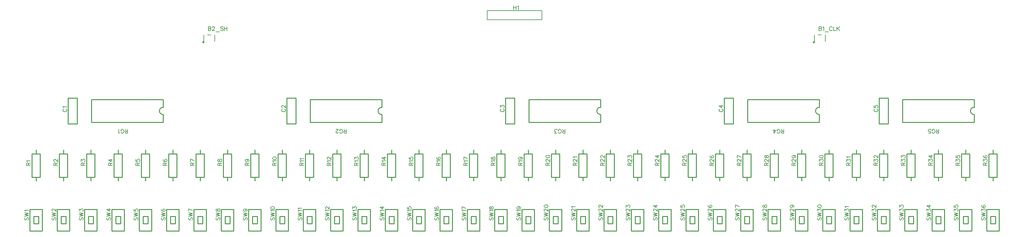
<source format=gto>
G04 Layer: TopSilkscreenLayer*
G04 EasyEDA v6.5.43, 2024-07-17 01:33:45*
G04 cb6e2e9fbd21486d88ae5690d2d3dc00,10*
G04 Gerber Generator version 0.2*
G04 Scale: 100 percent, Rotated: No, Reflected: No *
G04 Dimensions in inches *
G04 leading zeros omitted , absolute positions ,3 integer and 6 decimal *
%FSLAX36Y36*%
%MOIN*%

%ADD10C,0.0060*%
%ADD11C,0.0100*%
%ADD12C,0.0080*%
%ADD13C,0.0080*%
%ADD14C,0.0118*%
%ADD15C,0.0145*%

%LPD*%
D10*
X504818Y1520682D02*
G01*
X500727Y1518636D01*
X496635Y1514544D01*
X494591Y1510455D01*
X494591Y1502273D01*
X496635Y1498182D01*
X500727Y1494090D01*
X504818Y1492044D01*
X510954Y1490000D01*
X521181Y1490000D01*
X527318Y1492044D01*
X531408Y1494090D01*
X535500Y1498182D01*
X537545Y1502273D01*
X537545Y1510455D01*
X535500Y1514544D01*
X531408Y1518636D01*
X527318Y1520682D01*
X502773Y1534182D02*
G01*
X500727Y1538272D01*
X494591Y1544409D01*
X537545Y1544409D01*
X2904817Y1520682D02*
G01*
X2900726Y1518636D01*
X2896635Y1514544D01*
X2894591Y1510455D01*
X2894591Y1502273D01*
X2896635Y1498182D01*
X2900726Y1494090D01*
X2904817Y1492044D01*
X2910955Y1490000D01*
X2921181Y1490000D01*
X2927317Y1492044D01*
X2931409Y1494090D01*
X2935500Y1498182D01*
X2937545Y1502273D01*
X2937545Y1510455D01*
X2935500Y1514544D01*
X2931409Y1518636D01*
X2927317Y1520682D01*
X2904817Y1536226D02*
G01*
X2902772Y1536226D01*
X2898681Y1538272D01*
X2896635Y1540318D01*
X2894591Y1544409D01*
X2894591Y1552591D01*
X2896635Y1556682D01*
X2898681Y1558726D01*
X2902772Y1560772D01*
X2906863Y1560772D01*
X2910955Y1558726D01*
X2917091Y1554636D01*
X2937545Y1534182D01*
X2937545Y1562818D01*
X5304817Y1520682D02*
G01*
X5300726Y1518636D01*
X5296635Y1514544D01*
X5294591Y1510455D01*
X5294591Y1502273D01*
X5296635Y1498182D01*
X5300726Y1494090D01*
X5304817Y1492044D01*
X5310955Y1490000D01*
X5321181Y1490000D01*
X5327317Y1492044D01*
X5331409Y1494090D01*
X5335500Y1498182D01*
X5337545Y1502273D01*
X5337545Y1510455D01*
X5335500Y1514544D01*
X5331409Y1518636D01*
X5327317Y1520682D01*
X5294591Y1538272D02*
G01*
X5294591Y1560772D01*
X5310955Y1548499D01*
X5310955Y1554636D01*
X5313000Y1558726D01*
X5315045Y1560772D01*
X5321181Y1562818D01*
X5325272Y1562818D01*
X5331409Y1560772D01*
X5335500Y1556682D01*
X5337545Y1550545D01*
X5337545Y1544409D01*
X5335500Y1538272D01*
X5333455Y1536226D01*
X5329363Y1534182D01*
X7704817Y1520682D02*
G01*
X7700726Y1518636D01*
X7696635Y1514544D01*
X7694591Y1510455D01*
X7694591Y1502273D01*
X7696635Y1498182D01*
X7700726Y1494090D01*
X7704817Y1492044D01*
X7710955Y1490000D01*
X7721181Y1490000D01*
X7727317Y1492044D01*
X7731409Y1494090D01*
X7735500Y1498182D01*
X7737545Y1502273D01*
X7737545Y1510455D01*
X7735500Y1514544D01*
X7731409Y1518636D01*
X7727317Y1520682D01*
X7694591Y1554636D02*
G01*
X7723226Y1534182D01*
X7723226Y1564863D01*
X7694591Y1554636D02*
G01*
X7737545Y1554636D01*
X9404817Y1520682D02*
G01*
X9400726Y1518636D01*
X9396635Y1514544D01*
X9394591Y1510455D01*
X9394591Y1502273D01*
X9396635Y1498182D01*
X9400726Y1494090D01*
X9404817Y1492044D01*
X9410955Y1490000D01*
X9421181Y1490000D01*
X9427317Y1492044D01*
X9431409Y1494090D01*
X9435500Y1498182D01*
X9437545Y1502273D01*
X9437545Y1510455D01*
X9435500Y1514544D01*
X9431409Y1518636D01*
X9427317Y1520682D01*
X9394591Y1558726D02*
G01*
X9394591Y1538272D01*
X9413000Y1536226D01*
X9410955Y1538272D01*
X9408909Y1544409D01*
X9408909Y1550545D01*
X9410955Y1556682D01*
X9415045Y1560772D01*
X9421181Y1562818D01*
X9425272Y1562818D01*
X9431409Y1560772D01*
X9435500Y1556682D01*
X9437545Y1550545D01*
X9437545Y1544409D01*
X9435500Y1538272D01*
X9433455Y1536226D01*
X9429363Y1534182D01*
X94600Y900000D02*
G01*
X137500Y900000D01*
X94600Y900000D02*
G01*
X94600Y918400D01*
X96599Y924499D01*
X98699Y926599D01*
X102800Y928600D01*
X106900Y928600D01*
X110999Y926599D01*
X113000Y924499D01*
X115000Y918400D01*
X115000Y900000D01*
X115000Y914299D02*
G01*
X137500Y928600D01*
X102800Y942100D02*
G01*
X100700Y946199D01*
X94600Y952399D01*
X137500Y952399D01*
X394600Y900000D02*
G01*
X437500Y900000D01*
X394600Y900000D02*
G01*
X394600Y918400D01*
X396599Y924499D01*
X398699Y926599D01*
X402800Y928600D01*
X406900Y928600D01*
X410999Y926599D01*
X413000Y924499D01*
X415000Y918400D01*
X415000Y900000D01*
X415000Y914299D02*
G01*
X437500Y928600D01*
X404800Y944200D02*
G01*
X402800Y944200D01*
X398699Y946199D01*
X396599Y948299D01*
X394600Y952399D01*
X394600Y960500D01*
X396599Y964600D01*
X398699Y966700D01*
X402800Y968699D01*
X406900Y968699D01*
X410999Y966700D01*
X417100Y962600D01*
X437500Y942100D01*
X437500Y970799D01*
X694600Y900000D02*
G01*
X737500Y900000D01*
X694600Y900000D02*
G01*
X694600Y918400D01*
X696599Y924499D01*
X698699Y926599D01*
X702800Y928600D01*
X706900Y928600D01*
X710999Y926599D01*
X713000Y924499D01*
X715000Y918400D01*
X715000Y900000D01*
X715000Y914299D02*
G01*
X737500Y928600D01*
X694600Y946199D02*
G01*
X694600Y968699D01*
X710999Y956500D01*
X710999Y962600D01*
X713000Y966700D01*
X715000Y968699D01*
X721199Y970799D01*
X725300Y970799D01*
X731399Y968699D01*
X735500Y964600D01*
X737500Y958499D01*
X737500Y952399D01*
X735500Y946199D01*
X733499Y944200D01*
X729400Y942100D01*
X994600Y900000D02*
G01*
X1037500Y900000D01*
X994600Y900000D02*
G01*
X994600Y918400D01*
X996599Y924499D01*
X998699Y926599D01*
X1002799Y928600D01*
X1006899Y928600D01*
X1011000Y926599D01*
X1013000Y924499D01*
X1015000Y918400D01*
X1015000Y900000D01*
X1015000Y914299D02*
G01*
X1037500Y928600D01*
X994600Y962600D02*
G01*
X1023199Y942100D01*
X1023199Y972800D01*
X994600Y962600D02*
G01*
X1037500Y962600D01*
X1294600Y900000D02*
G01*
X1337500Y900000D01*
X1294600Y900000D02*
G01*
X1294600Y918400D01*
X1296599Y924499D01*
X1298699Y926599D01*
X1302799Y928600D01*
X1306899Y928600D01*
X1311000Y926599D01*
X1313000Y924499D01*
X1315000Y918400D01*
X1315000Y900000D01*
X1315000Y914299D02*
G01*
X1337500Y928600D01*
X1294600Y966700D02*
G01*
X1294600Y946199D01*
X1313000Y944200D01*
X1311000Y946199D01*
X1308900Y952399D01*
X1308900Y958499D01*
X1311000Y964600D01*
X1315000Y968699D01*
X1321199Y970799D01*
X1325299Y970799D01*
X1331400Y968699D01*
X1335500Y964600D01*
X1337500Y958499D01*
X1337500Y952399D01*
X1335500Y946199D01*
X1333500Y944200D01*
X1329399Y942100D01*
X1594600Y900000D02*
G01*
X1637500Y900000D01*
X1594600Y900000D02*
G01*
X1594600Y918400D01*
X1596599Y924499D01*
X1598699Y926599D01*
X1602799Y928600D01*
X1606899Y928600D01*
X1611000Y926599D01*
X1613000Y924499D01*
X1615000Y918400D01*
X1615000Y900000D01*
X1615000Y914299D02*
G01*
X1637500Y928600D01*
X1600699Y966700D02*
G01*
X1596599Y964600D01*
X1594600Y958499D01*
X1594600Y954400D01*
X1596599Y948299D01*
X1602799Y944200D01*
X1613000Y942100D01*
X1623199Y942100D01*
X1631400Y944200D01*
X1635500Y948299D01*
X1637500Y954400D01*
X1637500Y956500D01*
X1635500Y962600D01*
X1631400Y966700D01*
X1625299Y968699D01*
X1623199Y968699D01*
X1617100Y966700D01*
X1613000Y962600D01*
X1611000Y956500D01*
X1611000Y954400D01*
X1613000Y948299D01*
X1617100Y944200D01*
X1623199Y942100D01*
X1894600Y900000D02*
G01*
X1937500Y900000D01*
X1894600Y900000D02*
G01*
X1894600Y918400D01*
X1896599Y924499D01*
X1898699Y926599D01*
X1902799Y928600D01*
X1906899Y928600D01*
X1911000Y926599D01*
X1913000Y924499D01*
X1915000Y918400D01*
X1915000Y900000D01*
X1915000Y914299D02*
G01*
X1937500Y928600D01*
X1894600Y970799D02*
G01*
X1937500Y950300D01*
X1894600Y942100D02*
G01*
X1894600Y970799D01*
X2194600Y900000D02*
G01*
X2237500Y900000D01*
X2194600Y900000D02*
G01*
X2194600Y918400D01*
X2196599Y924499D01*
X2198699Y926599D01*
X2202799Y928600D01*
X2206899Y928600D01*
X2211000Y926599D01*
X2213000Y924499D01*
X2215000Y918400D01*
X2215000Y900000D01*
X2215000Y914299D02*
G01*
X2237500Y928600D01*
X2194600Y952399D02*
G01*
X2196599Y946199D01*
X2200699Y944200D01*
X2204799Y944200D01*
X2208900Y946199D01*
X2211000Y950300D01*
X2213000Y958499D01*
X2215000Y964600D01*
X2219099Y968699D01*
X2223199Y970799D01*
X2229399Y970799D01*
X2233500Y968699D01*
X2235500Y966700D01*
X2237500Y960500D01*
X2237500Y952399D01*
X2235500Y946199D01*
X2233500Y944200D01*
X2229399Y942100D01*
X2223199Y942100D01*
X2219099Y944200D01*
X2215000Y948299D01*
X2213000Y954400D01*
X2211000Y962600D01*
X2208900Y966700D01*
X2204799Y968699D01*
X2200699Y968699D01*
X2196599Y966700D01*
X2194600Y960500D01*
X2194600Y952399D01*
X2494600Y900000D02*
G01*
X2537500Y900000D01*
X2494600Y900000D02*
G01*
X2494600Y918400D01*
X2496599Y924499D01*
X2498699Y926599D01*
X2502799Y928600D01*
X2506899Y928600D01*
X2511000Y926599D01*
X2513000Y924499D01*
X2515000Y918400D01*
X2515000Y900000D01*
X2515000Y914299D02*
G01*
X2537500Y928600D01*
X2508900Y968699D02*
G01*
X2515000Y966700D01*
X2519099Y962600D01*
X2521199Y956500D01*
X2521199Y954400D01*
X2519099Y948299D01*
X2515000Y944200D01*
X2508900Y942100D01*
X2506899Y942100D01*
X2500699Y944200D01*
X2496599Y948299D01*
X2494600Y954400D01*
X2494600Y956500D01*
X2496599Y962600D01*
X2500699Y966700D01*
X2508900Y968699D01*
X2519099Y968699D01*
X2529399Y966700D01*
X2535500Y962600D01*
X2537500Y956500D01*
X2537500Y952399D01*
X2535500Y946199D01*
X2531400Y944200D01*
X2794600Y900000D02*
G01*
X2837500Y900000D01*
X2794600Y900000D02*
G01*
X2794600Y918400D01*
X2796599Y924499D01*
X2798699Y926599D01*
X2802799Y928600D01*
X2806899Y928600D01*
X2811000Y926599D01*
X2813000Y924499D01*
X2815000Y918400D01*
X2815000Y900000D01*
X2815000Y914299D02*
G01*
X2837500Y928600D01*
X2802799Y942100D02*
G01*
X2800699Y946199D01*
X2794600Y952399D01*
X2837500Y952399D01*
X2794600Y978099D02*
G01*
X2796599Y971999D01*
X2802799Y967899D01*
X2813000Y965900D01*
X2819099Y965900D01*
X2829399Y967899D01*
X2835500Y971999D01*
X2837500Y978099D01*
X2837500Y982199D01*
X2835500Y988400D01*
X2829399Y992500D01*
X2819099Y994499D01*
X2813000Y994499D01*
X2802799Y992500D01*
X2796599Y988400D01*
X2794600Y982199D01*
X2794600Y978099D01*
X3094600Y900000D02*
G01*
X3137500Y900000D01*
X3094600Y900000D02*
G01*
X3094600Y918400D01*
X3096599Y924499D01*
X3098699Y926599D01*
X3102799Y928600D01*
X3106899Y928600D01*
X3111000Y926599D01*
X3113000Y924499D01*
X3115000Y918400D01*
X3115000Y900000D01*
X3115000Y914299D02*
G01*
X3137500Y928600D01*
X3102799Y942100D02*
G01*
X3100699Y946199D01*
X3094600Y952399D01*
X3137500Y952399D01*
X3102799Y965900D02*
G01*
X3100699Y970000D01*
X3094600Y976100D01*
X3137500Y976100D01*
X3394600Y900000D02*
G01*
X3437500Y900000D01*
X3394600Y900000D02*
G01*
X3394600Y918400D01*
X3396599Y924499D01*
X3398699Y926599D01*
X3402799Y928600D01*
X3406899Y928600D01*
X3411000Y926599D01*
X3413000Y924499D01*
X3415000Y918400D01*
X3415000Y900000D01*
X3415000Y914299D02*
G01*
X3437500Y928600D01*
X3402799Y942100D02*
G01*
X3400699Y946199D01*
X3394600Y952399D01*
X3437500Y952399D01*
X3404799Y967899D02*
G01*
X3402799Y967899D01*
X3398699Y970000D01*
X3396599Y971999D01*
X3394600Y976100D01*
X3394600Y984299D01*
X3396599Y988400D01*
X3398699Y990399D01*
X3402799Y992500D01*
X3406899Y992500D01*
X3411000Y990399D01*
X3417100Y986300D01*
X3437500Y965900D01*
X3437500Y994499D01*
X3694600Y900000D02*
G01*
X3737500Y900000D01*
X3694600Y900000D02*
G01*
X3694600Y918400D01*
X3696599Y924499D01*
X3698699Y926599D01*
X3702799Y928600D01*
X3706899Y928600D01*
X3711000Y926599D01*
X3713000Y924499D01*
X3715000Y918400D01*
X3715000Y900000D01*
X3715000Y914299D02*
G01*
X3737500Y928600D01*
X3702799Y942100D02*
G01*
X3700699Y946199D01*
X3694600Y952399D01*
X3737500Y952399D01*
X3694600Y970000D02*
G01*
X3694600Y992500D01*
X3711000Y980199D01*
X3711000Y986300D01*
X3713000Y990399D01*
X3715000Y992500D01*
X3721199Y994499D01*
X3725299Y994499D01*
X3731400Y992500D01*
X3735500Y988400D01*
X3737500Y982199D01*
X3737500Y976100D01*
X3735500Y970000D01*
X3733500Y967899D01*
X3729399Y965900D01*
X3994600Y900000D02*
G01*
X4037500Y900000D01*
X3994600Y900000D02*
G01*
X3994600Y918400D01*
X3996599Y924499D01*
X3998699Y926599D01*
X4002799Y928600D01*
X4006899Y928600D01*
X4011000Y926599D01*
X4013000Y924499D01*
X4015000Y918400D01*
X4015000Y900000D01*
X4015000Y914299D02*
G01*
X4037500Y928600D01*
X4002799Y942100D02*
G01*
X4000699Y946199D01*
X3994600Y952399D01*
X4037500Y952399D01*
X3994600Y986300D02*
G01*
X4023199Y965900D01*
X4023199Y996500D01*
X3994600Y986300D02*
G01*
X4037500Y986300D01*
X4294600Y900000D02*
G01*
X4337500Y900000D01*
X4294600Y900000D02*
G01*
X4294600Y918400D01*
X4296599Y924499D01*
X4298699Y926599D01*
X4302799Y928600D01*
X4306899Y928600D01*
X4311000Y926599D01*
X4313000Y924499D01*
X4315000Y918400D01*
X4315000Y900000D01*
X4315000Y914299D02*
G01*
X4337500Y928600D01*
X4302799Y942100D02*
G01*
X4300699Y946199D01*
X4294600Y952399D01*
X4337500Y952399D01*
X4294600Y990399D02*
G01*
X4294600Y970000D01*
X4313000Y967899D01*
X4311000Y970000D01*
X4308900Y976100D01*
X4308900Y982199D01*
X4311000Y988400D01*
X4315000Y992500D01*
X4321199Y994499D01*
X4325299Y994499D01*
X4331400Y992500D01*
X4335500Y988400D01*
X4337500Y982199D01*
X4337500Y976100D01*
X4335500Y970000D01*
X4333500Y967899D01*
X4329399Y965900D01*
X4594600Y900000D02*
G01*
X4637500Y900000D01*
X4594600Y900000D02*
G01*
X4594600Y918400D01*
X4596599Y924499D01*
X4598699Y926599D01*
X4602799Y928600D01*
X4606899Y928600D01*
X4611000Y926599D01*
X4613000Y924499D01*
X4615000Y918400D01*
X4615000Y900000D01*
X4615000Y914299D02*
G01*
X4637500Y928600D01*
X4602799Y942100D02*
G01*
X4600699Y946199D01*
X4594600Y952399D01*
X4637500Y952399D01*
X4600699Y990399D02*
G01*
X4596599Y988400D01*
X4594600Y982199D01*
X4594600Y978099D01*
X4596599Y971999D01*
X4602799Y967899D01*
X4613000Y965900D01*
X4623199Y965900D01*
X4631400Y967899D01*
X4635500Y971999D01*
X4637500Y978099D01*
X4637500Y980199D01*
X4635500Y986300D01*
X4631400Y990399D01*
X4625299Y992500D01*
X4623199Y992500D01*
X4617100Y990399D01*
X4613000Y986300D01*
X4611000Y980199D01*
X4611000Y978099D01*
X4613000Y971999D01*
X4617100Y967899D01*
X4623199Y965900D01*
X4894600Y900000D02*
G01*
X4937500Y900000D01*
X4894600Y900000D02*
G01*
X4894600Y918400D01*
X4896599Y924499D01*
X4898699Y926599D01*
X4902799Y928600D01*
X4906899Y928600D01*
X4911000Y926599D01*
X4913000Y924499D01*
X4915000Y918400D01*
X4915000Y900000D01*
X4915000Y914299D02*
G01*
X4937500Y928600D01*
X4902799Y942100D02*
G01*
X4900699Y946199D01*
X4894600Y952399D01*
X4937500Y952399D01*
X4894600Y994499D02*
G01*
X4937500Y974000D01*
X4894600Y965900D02*
G01*
X4894600Y994499D01*
X5194600Y900000D02*
G01*
X5237500Y900000D01*
X5194600Y900000D02*
G01*
X5194600Y918400D01*
X5196599Y924499D01*
X5198699Y926599D01*
X5202799Y928600D01*
X5206899Y928600D01*
X5211000Y926599D01*
X5213000Y924499D01*
X5215000Y918400D01*
X5215000Y900000D01*
X5215000Y914299D02*
G01*
X5237500Y928600D01*
X5202799Y942100D02*
G01*
X5200699Y946199D01*
X5194600Y952399D01*
X5237500Y952399D01*
X5194600Y976100D02*
G01*
X5196599Y970000D01*
X5200699Y967899D01*
X5204799Y967899D01*
X5208900Y970000D01*
X5211000Y974000D01*
X5213000Y982199D01*
X5215000Y988400D01*
X5219099Y992500D01*
X5223199Y994499D01*
X5229399Y994499D01*
X5233500Y992500D01*
X5235500Y990399D01*
X5237500Y984299D01*
X5237500Y976100D01*
X5235500Y970000D01*
X5233500Y967899D01*
X5229399Y965900D01*
X5223199Y965900D01*
X5219099Y967899D01*
X5215000Y971999D01*
X5213000Y978099D01*
X5211000Y986300D01*
X5208900Y990399D01*
X5204799Y992500D01*
X5200699Y992500D01*
X5196599Y990399D01*
X5194600Y984299D01*
X5194600Y976100D01*
X5494600Y900000D02*
G01*
X5537500Y900000D01*
X5494600Y900000D02*
G01*
X5494600Y918400D01*
X5496599Y924499D01*
X5498699Y926599D01*
X5502799Y928600D01*
X5506899Y928600D01*
X5511000Y926599D01*
X5513000Y924499D01*
X5515000Y918400D01*
X5515000Y900000D01*
X5515000Y914299D02*
G01*
X5537500Y928600D01*
X5502799Y942100D02*
G01*
X5500699Y946199D01*
X5494600Y952399D01*
X5537500Y952399D01*
X5508900Y992500D02*
G01*
X5515000Y990399D01*
X5519099Y986300D01*
X5521199Y980199D01*
X5521199Y978099D01*
X5519099Y971999D01*
X5515000Y967899D01*
X5508900Y965900D01*
X5506899Y965900D01*
X5500699Y967899D01*
X5496599Y971999D01*
X5494600Y978099D01*
X5494600Y980199D01*
X5496599Y986300D01*
X5500699Y990399D01*
X5508900Y992500D01*
X5519099Y992500D01*
X5529399Y990399D01*
X5535500Y986300D01*
X5537500Y980199D01*
X5537500Y976100D01*
X5535500Y970000D01*
X5531400Y967899D01*
X5794600Y900000D02*
G01*
X5837500Y900000D01*
X5794600Y900000D02*
G01*
X5794600Y918400D01*
X5796599Y924499D01*
X5798699Y926599D01*
X5802799Y928600D01*
X5806899Y928600D01*
X5811000Y926599D01*
X5813000Y924499D01*
X5815000Y918400D01*
X5815000Y900000D01*
X5815000Y914299D02*
G01*
X5837500Y928600D01*
X5804799Y944200D02*
G01*
X5802799Y944200D01*
X5798699Y946199D01*
X5796599Y948299D01*
X5794600Y952399D01*
X5794600Y960500D01*
X5796599Y964600D01*
X5798699Y966700D01*
X5802799Y968699D01*
X5806899Y968699D01*
X5811000Y966700D01*
X5817100Y962600D01*
X5837500Y942100D01*
X5837500Y970799D01*
X5794600Y996500D02*
G01*
X5796599Y990399D01*
X5802799Y986300D01*
X5813000Y984299D01*
X5819099Y984299D01*
X5829399Y986300D01*
X5835500Y990399D01*
X5837500Y996500D01*
X5837500Y1000599D01*
X5835500Y1006799D01*
X5829399Y1010900D01*
X5819099Y1012899D01*
X5813000Y1012899D01*
X5802799Y1010900D01*
X5796599Y1006799D01*
X5794600Y1000599D01*
X5794600Y996500D01*
X6094600Y900000D02*
G01*
X6137500Y900000D01*
X6094600Y900000D02*
G01*
X6094600Y918400D01*
X6096599Y924499D01*
X6098699Y926599D01*
X6102799Y928600D01*
X6106899Y928600D01*
X6111000Y926599D01*
X6113000Y924499D01*
X6115000Y918400D01*
X6115000Y900000D01*
X6115000Y914299D02*
G01*
X6137500Y928600D01*
X6104799Y944200D02*
G01*
X6102799Y944200D01*
X6098699Y946199D01*
X6096599Y948299D01*
X6094600Y952399D01*
X6094600Y960500D01*
X6096599Y964600D01*
X6098699Y966700D01*
X6102799Y968699D01*
X6106899Y968699D01*
X6111000Y966700D01*
X6117100Y962600D01*
X6137500Y942100D01*
X6137500Y970799D01*
X6102799Y984299D02*
G01*
X6100699Y988400D01*
X6094600Y994499D01*
X6137500Y994499D01*
X6394600Y900000D02*
G01*
X6437500Y900000D01*
X6394600Y900000D02*
G01*
X6394600Y918400D01*
X6396599Y924499D01*
X6398699Y926599D01*
X6402799Y928600D01*
X6406899Y928600D01*
X6411000Y926599D01*
X6413000Y924499D01*
X6415000Y918400D01*
X6415000Y900000D01*
X6415000Y914299D02*
G01*
X6437500Y928600D01*
X6404799Y944200D02*
G01*
X6402799Y944200D01*
X6398699Y946199D01*
X6396599Y948299D01*
X6394600Y952399D01*
X6394600Y960500D01*
X6396599Y964600D01*
X6398699Y966700D01*
X6402799Y968699D01*
X6406899Y968699D01*
X6411000Y966700D01*
X6417100Y962600D01*
X6437500Y942100D01*
X6437500Y970799D01*
X6404799Y986300D02*
G01*
X6402799Y986300D01*
X6398699Y988400D01*
X6396599Y990399D01*
X6394600Y994499D01*
X6394600Y1002699D01*
X6396599Y1006799D01*
X6398699Y1008800D01*
X6402799Y1010900D01*
X6406899Y1010900D01*
X6411000Y1008800D01*
X6417100Y1004699D01*
X6437500Y984299D01*
X6437500Y1012899D01*
X6694600Y900000D02*
G01*
X6737500Y900000D01*
X6694600Y900000D02*
G01*
X6694600Y918400D01*
X6696599Y924499D01*
X6698699Y926599D01*
X6702799Y928600D01*
X6706899Y928600D01*
X6711000Y926599D01*
X6713000Y924499D01*
X6715000Y918400D01*
X6715000Y900000D01*
X6715000Y914299D02*
G01*
X6737500Y928600D01*
X6704799Y944200D02*
G01*
X6702799Y944200D01*
X6698699Y946199D01*
X6696599Y948299D01*
X6694600Y952399D01*
X6694600Y960500D01*
X6696599Y964600D01*
X6698699Y966700D01*
X6702799Y968699D01*
X6706899Y968699D01*
X6711000Y966700D01*
X6717100Y962600D01*
X6737500Y942100D01*
X6737500Y970799D01*
X6694600Y988400D02*
G01*
X6694600Y1010900D01*
X6711000Y998600D01*
X6711000Y1004699D01*
X6713000Y1008800D01*
X6715000Y1010900D01*
X6721199Y1012899D01*
X6725299Y1012899D01*
X6731400Y1010900D01*
X6735500Y1006799D01*
X6737500Y1000599D01*
X6737500Y994499D01*
X6735500Y988400D01*
X6733500Y986300D01*
X6729399Y984299D01*
X6994600Y900000D02*
G01*
X7037500Y900000D01*
X6994600Y900000D02*
G01*
X6994600Y918400D01*
X6996599Y924499D01*
X6998699Y926599D01*
X7002799Y928600D01*
X7006899Y928600D01*
X7011000Y926599D01*
X7013000Y924499D01*
X7015000Y918400D01*
X7015000Y900000D01*
X7015000Y914299D02*
G01*
X7037500Y928600D01*
X7004799Y944200D02*
G01*
X7002799Y944200D01*
X6998699Y946199D01*
X6996599Y948299D01*
X6994600Y952399D01*
X6994600Y960500D01*
X6996599Y964600D01*
X6998699Y966700D01*
X7002799Y968699D01*
X7006899Y968699D01*
X7011000Y966700D01*
X7017100Y962600D01*
X7037500Y942100D01*
X7037500Y970799D01*
X6994600Y1004699D02*
G01*
X7023199Y984299D01*
X7023199Y1015000D01*
X6994600Y1004699D02*
G01*
X7037500Y1004699D01*
X7294600Y900000D02*
G01*
X7337500Y900000D01*
X7294600Y900000D02*
G01*
X7294600Y918400D01*
X7296599Y924499D01*
X7298699Y926599D01*
X7302799Y928600D01*
X7306899Y928600D01*
X7311000Y926599D01*
X7313000Y924499D01*
X7315000Y918400D01*
X7315000Y900000D01*
X7315000Y914299D02*
G01*
X7337500Y928600D01*
X7304799Y944200D02*
G01*
X7302799Y944200D01*
X7298699Y946199D01*
X7296599Y948299D01*
X7294600Y952399D01*
X7294600Y960500D01*
X7296599Y964600D01*
X7298699Y966700D01*
X7302799Y968699D01*
X7306899Y968699D01*
X7311000Y966700D01*
X7317100Y962600D01*
X7337500Y942100D01*
X7337500Y970799D01*
X7294600Y1008800D02*
G01*
X7294600Y988400D01*
X7313000Y986300D01*
X7311000Y988400D01*
X7308900Y994499D01*
X7308900Y1000599D01*
X7311000Y1006799D01*
X7315000Y1010900D01*
X7321199Y1012899D01*
X7325299Y1012899D01*
X7331400Y1010900D01*
X7335500Y1006799D01*
X7337500Y1000599D01*
X7337500Y994499D01*
X7335500Y988400D01*
X7333500Y986300D01*
X7329399Y984299D01*
X7594600Y900000D02*
G01*
X7637500Y900000D01*
X7594600Y900000D02*
G01*
X7594600Y918400D01*
X7596599Y924499D01*
X7598699Y926599D01*
X7602799Y928600D01*
X7606899Y928600D01*
X7611000Y926599D01*
X7613000Y924499D01*
X7615000Y918400D01*
X7615000Y900000D01*
X7615000Y914299D02*
G01*
X7637500Y928600D01*
X7604799Y944200D02*
G01*
X7602799Y944200D01*
X7598699Y946199D01*
X7596599Y948299D01*
X7594600Y952399D01*
X7594600Y960500D01*
X7596599Y964600D01*
X7598699Y966700D01*
X7602799Y968699D01*
X7606899Y968699D01*
X7611000Y966700D01*
X7617100Y962600D01*
X7637500Y942100D01*
X7637500Y970799D01*
X7600699Y1008800D02*
G01*
X7596599Y1006799D01*
X7594600Y1000599D01*
X7594600Y996500D01*
X7596599Y990399D01*
X7602799Y986300D01*
X7613000Y984299D01*
X7623199Y984299D01*
X7631400Y986300D01*
X7635500Y990399D01*
X7637500Y996500D01*
X7637500Y998600D01*
X7635500Y1004699D01*
X7631400Y1008800D01*
X7625299Y1010900D01*
X7623199Y1010900D01*
X7617100Y1008800D01*
X7613000Y1004699D01*
X7611000Y998600D01*
X7611000Y996500D01*
X7613000Y990399D01*
X7617100Y986300D01*
X7623199Y984299D01*
X7894600Y900000D02*
G01*
X7937500Y900000D01*
X7894600Y900000D02*
G01*
X7894600Y918400D01*
X7896599Y924499D01*
X7898699Y926599D01*
X7902799Y928600D01*
X7906899Y928600D01*
X7911000Y926599D01*
X7913000Y924499D01*
X7915000Y918400D01*
X7915000Y900000D01*
X7915000Y914299D02*
G01*
X7937500Y928600D01*
X7904799Y944200D02*
G01*
X7902799Y944200D01*
X7898699Y946199D01*
X7896599Y948299D01*
X7894600Y952399D01*
X7894600Y960500D01*
X7896599Y964600D01*
X7898699Y966700D01*
X7902799Y968699D01*
X7906899Y968699D01*
X7911000Y966700D01*
X7917100Y962600D01*
X7937500Y942100D01*
X7937500Y970799D01*
X7894600Y1012899D02*
G01*
X7937500Y992500D01*
X7894600Y984299D02*
G01*
X7894600Y1012899D01*
X8194600Y900000D02*
G01*
X8237500Y900000D01*
X8194600Y900000D02*
G01*
X8194600Y918400D01*
X8196599Y924499D01*
X8198699Y926599D01*
X8202799Y928600D01*
X8206899Y928600D01*
X8211000Y926599D01*
X8213000Y924499D01*
X8215000Y918400D01*
X8215000Y900000D01*
X8215000Y914299D02*
G01*
X8237500Y928600D01*
X8204799Y944200D02*
G01*
X8202799Y944200D01*
X8198699Y946199D01*
X8196599Y948299D01*
X8194600Y952399D01*
X8194600Y960500D01*
X8196599Y964600D01*
X8198699Y966700D01*
X8202799Y968699D01*
X8206899Y968699D01*
X8211000Y966700D01*
X8217100Y962600D01*
X8237500Y942100D01*
X8237500Y970799D01*
X8194600Y994499D02*
G01*
X8196599Y988400D01*
X8200699Y986300D01*
X8204799Y986300D01*
X8208900Y988400D01*
X8211000Y992500D01*
X8213000Y1000599D01*
X8215000Y1006799D01*
X8219099Y1010900D01*
X8223199Y1012899D01*
X8229399Y1012899D01*
X8233500Y1010900D01*
X8235500Y1008800D01*
X8237500Y1002699D01*
X8237500Y994499D01*
X8235500Y988400D01*
X8233500Y986300D01*
X8229399Y984299D01*
X8223199Y984299D01*
X8219099Y986300D01*
X8215000Y990399D01*
X8213000Y996500D01*
X8211000Y1004699D01*
X8208900Y1008800D01*
X8204799Y1010900D01*
X8200699Y1010900D01*
X8196599Y1008800D01*
X8194600Y1002699D01*
X8194600Y994499D01*
X8494600Y900000D02*
G01*
X8537500Y900000D01*
X8494600Y900000D02*
G01*
X8494600Y918400D01*
X8496599Y924499D01*
X8498699Y926599D01*
X8502799Y928600D01*
X8506899Y928600D01*
X8511000Y926599D01*
X8513000Y924499D01*
X8515000Y918400D01*
X8515000Y900000D01*
X8515000Y914299D02*
G01*
X8537500Y928600D01*
X8504799Y944200D02*
G01*
X8502799Y944200D01*
X8498699Y946199D01*
X8496599Y948299D01*
X8494600Y952399D01*
X8494600Y960500D01*
X8496599Y964600D01*
X8498699Y966700D01*
X8502799Y968699D01*
X8506899Y968699D01*
X8511000Y966700D01*
X8517100Y962600D01*
X8537500Y942100D01*
X8537500Y970799D01*
X8508900Y1010900D02*
G01*
X8515000Y1008800D01*
X8519099Y1004699D01*
X8521199Y998600D01*
X8521199Y996500D01*
X8519099Y990399D01*
X8515000Y986300D01*
X8508900Y984299D01*
X8506899Y984299D01*
X8500699Y986300D01*
X8496599Y990399D01*
X8494600Y996500D01*
X8494600Y998600D01*
X8496599Y1004699D01*
X8500699Y1008800D01*
X8508900Y1010900D01*
X8519099Y1010900D01*
X8529399Y1008800D01*
X8535500Y1004699D01*
X8537500Y998600D01*
X8537500Y994499D01*
X8535500Y988400D01*
X8531400Y986300D01*
X8794600Y900000D02*
G01*
X8837500Y900000D01*
X8794600Y900000D02*
G01*
X8794600Y918400D01*
X8796599Y924499D01*
X8798699Y926599D01*
X8802799Y928600D01*
X8806899Y928600D01*
X8811000Y926599D01*
X8813000Y924499D01*
X8815000Y918400D01*
X8815000Y900000D01*
X8815000Y914299D02*
G01*
X8837500Y928600D01*
X8794600Y946199D02*
G01*
X8794600Y968699D01*
X8811000Y956500D01*
X8811000Y962600D01*
X8813000Y966700D01*
X8815000Y968699D01*
X8821199Y970799D01*
X8825299Y970799D01*
X8831400Y968699D01*
X8835500Y964600D01*
X8837500Y958499D01*
X8837500Y952399D01*
X8835500Y946199D01*
X8833500Y944200D01*
X8829399Y942100D01*
X8794600Y996500D02*
G01*
X8796599Y990399D01*
X8802799Y986300D01*
X8813000Y984299D01*
X8819099Y984299D01*
X8829399Y986300D01*
X8835500Y990399D01*
X8837500Y996500D01*
X8837500Y1000599D01*
X8835500Y1006799D01*
X8829399Y1010900D01*
X8819099Y1012899D01*
X8813000Y1012899D01*
X8802799Y1010900D01*
X8796599Y1006799D01*
X8794600Y1000599D01*
X8794600Y996500D01*
X9094600Y900000D02*
G01*
X9137500Y900000D01*
X9094600Y900000D02*
G01*
X9094600Y918400D01*
X9096599Y924499D01*
X9098699Y926599D01*
X9102799Y928600D01*
X9106899Y928600D01*
X9111000Y926599D01*
X9113000Y924499D01*
X9115000Y918400D01*
X9115000Y900000D01*
X9115000Y914299D02*
G01*
X9137500Y928600D01*
X9094600Y946199D02*
G01*
X9094600Y968699D01*
X9111000Y956500D01*
X9111000Y962600D01*
X9113000Y966700D01*
X9115000Y968699D01*
X9121199Y970799D01*
X9125299Y970799D01*
X9131400Y968699D01*
X9135500Y964600D01*
X9137500Y958499D01*
X9137500Y952399D01*
X9135500Y946199D01*
X9133500Y944200D01*
X9129399Y942100D01*
X9102799Y984299D02*
G01*
X9100699Y988400D01*
X9094600Y994499D01*
X9137500Y994499D01*
X9394600Y900000D02*
G01*
X9437500Y900000D01*
X9394600Y900000D02*
G01*
X9394600Y918400D01*
X9396599Y924499D01*
X9398699Y926599D01*
X9402799Y928600D01*
X9406899Y928600D01*
X9411000Y926599D01*
X9413000Y924499D01*
X9415000Y918400D01*
X9415000Y900000D01*
X9415000Y914299D02*
G01*
X9437500Y928600D01*
X9394600Y946199D02*
G01*
X9394600Y968699D01*
X9411000Y956500D01*
X9411000Y962600D01*
X9413000Y966700D01*
X9415000Y968699D01*
X9421199Y970799D01*
X9425299Y970799D01*
X9431400Y968699D01*
X9435500Y964600D01*
X9437500Y958499D01*
X9437500Y952399D01*
X9435500Y946199D01*
X9433500Y944200D01*
X9429399Y942100D01*
X9404799Y986300D02*
G01*
X9402799Y986300D01*
X9398699Y988400D01*
X9396599Y990399D01*
X9394600Y994499D01*
X9394600Y1002699D01*
X9396599Y1006799D01*
X9398699Y1008800D01*
X9402799Y1010900D01*
X9406899Y1010900D01*
X9411000Y1008800D01*
X9417100Y1004699D01*
X9437500Y984299D01*
X9437500Y1012899D01*
X80700Y328600D02*
G01*
X76599Y324499D01*
X74600Y318400D01*
X74600Y310199D01*
X76599Y304099D01*
X80700Y300000D01*
X84800Y300000D01*
X88899Y301999D01*
X90999Y304099D01*
X93000Y308200D01*
X97100Y320500D01*
X99099Y324499D01*
X101199Y326599D01*
X105300Y328600D01*
X111399Y328600D01*
X115500Y324499D01*
X117500Y318400D01*
X117500Y310199D01*
X115500Y304099D01*
X111399Y300000D01*
X74600Y342100D02*
G01*
X117500Y352399D01*
X74600Y362600D02*
G01*
X117500Y352399D01*
X74600Y362600D02*
G01*
X117500Y372800D01*
X74600Y383000D02*
G01*
X117500Y372800D01*
X82800Y396500D02*
G01*
X80700Y400599D01*
X74600Y406799D01*
X117500Y406799D01*
X380700Y328600D02*
G01*
X376599Y324499D01*
X374600Y318400D01*
X374600Y310199D01*
X376599Y304099D01*
X380700Y300000D01*
X384800Y300000D01*
X388899Y301999D01*
X390999Y304099D01*
X393000Y308200D01*
X397100Y320500D01*
X399099Y324499D01*
X401199Y326599D01*
X405300Y328600D01*
X411399Y328600D01*
X415500Y324499D01*
X417500Y318400D01*
X417500Y310199D01*
X415500Y304099D01*
X411399Y300000D01*
X374600Y342100D02*
G01*
X417500Y352399D01*
X374600Y362600D02*
G01*
X417500Y352399D01*
X374600Y362600D02*
G01*
X417500Y372800D01*
X374600Y383000D02*
G01*
X417500Y372800D01*
X384800Y398600D02*
G01*
X382800Y398600D01*
X378699Y400599D01*
X376599Y402699D01*
X374600Y406799D01*
X374600Y415000D01*
X376599Y419000D01*
X378699Y421100D01*
X382800Y423099D01*
X386900Y423099D01*
X390999Y421100D01*
X397100Y416999D01*
X417500Y396500D01*
X417500Y425199D01*
X680700Y328600D02*
G01*
X676599Y324499D01*
X674600Y318400D01*
X674600Y310199D01*
X676599Y304099D01*
X680700Y300000D01*
X684800Y300000D01*
X688899Y301999D01*
X690999Y304099D01*
X693000Y308200D01*
X697100Y320500D01*
X699099Y324499D01*
X701199Y326599D01*
X705300Y328600D01*
X711399Y328600D01*
X715500Y324499D01*
X717500Y318400D01*
X717500Y310199D01*
X715500Y304099D01*
X711399Y300000D01*
X674600Y342100D02*
G01*
X717500Y352399D01*
X674600Y362600D02*
G01*
X717500Y352399D01*
X674600Y362600D02*
G01*
X717500Y372800D01*
X674600Y383000D02*
G01*
X717500Y372800D01*
X674600Y400599D02*
G01*
X674600Y423099D01*
X690999Y410900D01*
X690999Y416999D01*
X693000Y421100D01*
X695000Y423099D01*
X701199Y425199D01*
X705300Y425199D01*
X711399Y423099D01*
X715500Y419000D01*
X717500Y412899D01*
X717500Y406799D01*
X715500Y400599D01*
X713499Y398600D01*
X709400Y396500D01*
X980699Y328600D02*
G01*
X976599Y324499D01*
X974600Y318400D01*
X974600Y310199D01*
X976599Y304099D01*
X980699Y300000D01*
X984799Y300000D01*
X988900Y301999D01*
X991000Y304099D01*
X993000Y308200D01*
X997100Y320500D01*
X999099Y324499D01*
X1001199Y326599D01*
X1005299Y328600D01*
X1011400Y328600D01*
X1015500Y324499D01*
X1017500Y318400D01*
X1017500Y310199D01*
X1015500Y304099D01*
X1011400Y300000D01*
X974600Y342100D02*
G01*
X1017500Y352399D01*
X974600Y362600D02*
G01*
X1017500Y352399D01*
X974600Y362600D02*
G01*
X1017500Y372800D01*
X974600Y383000D02*
G01*
X1017500Y372800D01*
X974600Y416999D02*
G01*
X1003199Y396500D01*
X1003199Y427199D01*
X974600Y416999D02*
G01*
X1017500Y416999D01*
X1280699Y328600D02*
G01*
X1276599Y324499D01*
X1274600Y318400D01*
X1274600Y310199D01*
X1276599Y304099D01*
X1280699Y300000D01*
X1284799Y300000D01*
X1288900Y301999D01*
X1291000Y304099D01*
X1293000Y308200D01*
X1297100Y320500D01*
X1299099Y324499D01*
X1301199Y326599D01*
X1305299Y328600D01*
X1311400Y328600D01*
X1315500Y324499D01*
X1317500Y318400D01*
X1317500Y310199D01*
X1315500Y304099D01*
X1311400Y300000D01*
X1274600Y342100D02*
G01*
X1317500Y352399D01*
X1274600Y362600D02*
G01*
X1317500Y352399D01*
X1274600Y362600D02*
G01*
X1317500Y372800D01*
X1274600Y383000D02*
G01*
X1317500Y372800D01*
X1274600Y421100D02*
G01*
X1274600Y400599D01*
X1293000Y398600D01*
X1291000Y400599D01*
X1288900Y406799D01*
X1288900Y412899D01*
X1291000Y419000D01*
X1295000Y423099D01*
X1301199Y425199D01*
X1305299Y425199D01*
X1311400Y423099D01*
X1315500Y419000D01*
X1317500Y412899D01*
X1317500Y406799D01*
X1315500Y400599D01*
X1313500Y398600D01*
X1309399Y396500D01*
X1580699Y328600D02*
G01*
X1576599Y324499D01*
X1574600Y318400D01*
X1574600Y310199D01*
X1576599Y304099D01*
X1580699Y300000D01*
X1584799Y300000D01*
X1588900Y301999D01*
X1591000Y304099D01*
X1593000Y308200D01*
X1597100Y320500D01*
X1599099Y324499D01*
X1601199Y326599D01*
X1605299Y328600D01*
X1611400Y328600D01*
X1615500Y324499D01*
X1617500Y318400D01*
X1617500Y310199D01*
X1615500Y304099D01*
X1611400Y300000D01*
X1574600Y342100D02*
G01*
X1617500Y352399D01*
X1574600Y362600D02*
G01*
X1617500Y352399D01*
X1574600Y362600D02*
G01*
X1617500Y372800D01*
X1574600Y383000D02*
G01*
X1617500Y372800D01*
X1580699Y421100D02*
G01*
X1576599Y419000D01*
X1574600Y412899D01*
X1574600Y408800D01*
X1576599Y402699D01*
X1582799Y398600D01*
X1593000Y396500D01*
X1603199Y396500D01*
X1611400Y398600D01*
X1615500Y402699D01*
X1617500Y408800D01*
X1617500Y410900D01*
X1615500Y416999D01*
X1611400Y421100D01*
X1605299Y423099D01*
X1603199Y423099D01*
X1597100Y421100D01*
X1593000Y416999D01*
X1591000Y410900D01*
X1591000Y408800D01*
X1593000Y402699D01*
X1597100Y398600D01*
X1603199Y396500D01*
X1880699Y328600D02*
G01*
X1876599Y324499D01*
X1874600Y318400D01*
X1874600Y310199D01*
X1876599Y304099D01*
X1880699Y300000D01*
X1884799Y300000D01*
X1888900Y301999D01*
X1891000Y304099D01*
X1893000Y308200D01*
X1897100Y320500D01*
X1899099Y324499D01*
X1901199Y326599D01*
X1905299Y328600D01*
X1911400Y328600D01*
X1915500Y324499D01*
X1917500Y318400D01*
X1917500Y310199D01*
X1915500Y304099D01*
X1911400Y300000D01*
X1874600Y342100D02*
G01*
X1917500Y352399D01*
X1874600Y362600D02*
G01*
X1917500Y352399D01*
X1874600Y362600D02*
G01*
X1917500Y372800D01*
X1874600Y383000D02*
G01*
X1917500Y372800D01*
X1874600Y425199D02*
G01*
X1917500Y404699D01*
X1874600Y396500D02*
G01*
X1874600Y425199D01*
X2180699Y328600D02*
G01*
X2176599Y324499D01*
X2174600Y318400D01*
X2174600Y310199D01*
X2176599Y304099D01*
X2180699Y300000D01*
X2184799Y300000D01*
X2188900Y301999D01*
X2191000Y304099D01*
X2193000Y308200D01*
X2197100Y320500D01*
X2199099Y324499D01*
X2201199Y326599D01*
X2205299Y328600D01*
X2211400Y328600D01*
X2215500Y324499D01*
X2217500Y318400D01*
X2217500Y310199D01*
X2215500Y304099D01*
X2211400Y300000D01*
X2174600Y342100D02*
G01*
X2217500Y352399D01*
X2174600Y362600D02*
G01*
X2217500Y352399D01*
X2174600Y362600D02*
G01*
X2217500Y372800D01*
X2174600Y383000D02*
G01*
X2217500Y372800D01*
X2174600Y406799D02*
G01*
X2176599Y400599D01*
X2180699Y398600D01*
X2184799Y398600D01*
X2188900Y400599D01*
X2191000Y404699D01*
X2193000Y412899D01*
X2195000Y419000D01*
X2199099Y423099D01*
X2203199Y425199D01*
X2209399Y425199D01*
X2213500Y423099D01*
X2215500Y421100D01*
X2217500Y415000D01*
X2217500Y406799D01*
X2215500Y400599D01*
X2213500Y398600D01*
X2209399Y396500D01*
X2203199Y396500D01*
X2199099Y398600D01*
X2195000Y402699D01*
X2193000Y408800D01*
X2191000Y416999D01*
X2188900Y421100D01*
X2184799Y423099D01*
X2180699Y423099D01*
X2176599Y421100D01*
X2174600Y415000D01*
X2174600Y406799D01*
X2480699Y328600D02*
G01*
X2476599Y324499D01*
X2474600Y318400D01*
X2474600Y310199D01*
X2476599Y304099D01*
X2480699Y300000D01*
X2484799Y300000D01*
X2488900Y301999D01*
X2491000Y304099D01*
X2493000Y308200D01*
X2497100Y320500D01*
X2499099Y324499D01*
X2501199Y326599D01*
X2505299Y328600D01*
X2511400Y328600D01*
X2515500Y324499D01*
X2517500Y318400D01*
X2517500Y310199D01*
X2515500Y304099D01*
X2511400Y300000D01*
X2474600Y342100D02*
G01*
X2517500Y352399D01*
X2474600Y362600D02*
G01*
X2517500Y352399D01*
X2474600Y362600D02*
G01*
X2517500Y372800D01*
X2474600Y383000D02*
G01*
X2517500Y372800D01*
X2488900Y423099D02*
G01*
X2495000Y421100D01*
X2499099Y416999D01*
X2501199Y410900D01*
X2501199Y408800D01*
X2499099Y402699D01*
X2495000Y398600D01*
X2488900Y396500D01*
X2486899Y396500D01*
X2480699Y398600D01*
X2476599Y402699D01*
X2474600Y408800D01*
X2474600Y410900D01*
X2476599Y416999D01*
X2480699Y421100D01*
X2488900Y423099D01*
X2499099Y423099D01*
X2509399Y421100D01*
X2515500Y416999D01*
X2517500Y410900D01*
X2517500Y406799D01*
X2515500Y400599D01*
X2511400Y398600D01*
X2780699Y328600D02*
G01*
X2776599Y324499D01*
X2774600Y318400D01*
X2774600Y310199D01*
X2776599Y304099D01*
X2780699Y300000D01*
X2784799Y300000D01*
X2788900Y301999D01*
X2791000Y304099D01*
X2793000Y308200D01*
X2797100Y320500D01*
X2799099Y324499D01*
X2801199Y326599D01*
X2805299Y328600D01*
X2811400Y328600D01*
X2815500Y324499D01*
X2817500Y318400D01*
X2817500Y310199D01*
X2815500Y304099D01*
X2811400Y300000D01*
X2774600Y342100D02*
G01*
X2817500Y352399D01*
X2774600Y362600D02*
G01*
X2817500Y352399D01*
X2774600Y362600D02*
G01*
X2817500Y372800D01*
X2774600Y383000D02*
G01*
X2817500Y372800D01*
X2782799Y396500D02*
G01*
X2780699Y400599D01*
X2774600Y406799D01*
X2817500Y406799D01*
X2774600Y432500D02*
G01*
X2776599Y426399D01*
X2782799Y422300D01*
X2793000Y420300D01*
X2799099Y420300D01*
X2809399Y422300D01*
X2815500Y426399D01*
X2817500Y432500D01*
X2817500Y436599D01*
X2815500Y442800D01*
X2809399Y446900D01*
X2799099Y448899D01*
X2793000Y448899D01*
X2782799Y446900D01*
X2776599Y442800D01*
X2774600Y436599D01*
X2774600Y432500D01*
X3080699Y328600D02*
G01*
X3076599Y324499D01*
X3074600Y318400D01*
X3074600Y310199D01*
X3076599Y304099D01*
X3080699Y300000D01*
X3084799Y300000D01*
X3088900Y301999D01*
X3091000Y304099D01*
X3093000Y308200D01*
X3097100Y320500D01*
X3099099Y324499D01*
X3101199Y326599D01*
X3105299Y328600D01*
X3111400Y328600D01*
X3115500Y324499D01*
X3117500Y318400D01*
X3117500Y310199D01*
X3115500Y304099D01*
X3111400Y300000D01*
X3074600Y342100D02*
G01*
X3117500Y352399D01*
X3074600Y362600D02*
G01*
X3117500Y352399D01*
X3074600Y362600D02*
G01*
X3117500Y372800D01*
X3074600Y383000D02*
G01*
X3117500Y372800D01*
X3082799Y396500D02*
G01*
X3080699Y400599D01*
X3074600Y406799D01*
X3117500Y406799D01*
X3082799Y420300D02*
G01*
X3080699Y424400D01*
X3074600Y430500D01*
X3117500Y430500D01*
X3380699Y328600D02*
G01*
X3376599Y324499D01*
X3374600Y318400D01*
X3374600Y310199D01*
X3376599Y304099D01*
X3380699Y300000D01*
X3384799Y300000D01*
X3388900Y301999D01*
X3391000Y304099D01*
X3393000Y308200D01*
X3397100Y320500D01*
X3399099Y324499D01*
X3401199Y326599D01*
X3405299Y328600D01*
X3411400Y328600D01*
X3415500Y324499D01*
X3417500Y318400D01*
X3417500Y310199D01*
X3415500Y304099D01*
X3411400Y300000D01*
X3374600Y342100D02*
G01*
X3417500Y352399D01*
X3374600Y362600D02*
G01*
X3417500Y352399D01*
X3374600Y362600D02*
G01*
X3417500Y372800D01*
X3374600Y383000D02*
G01*
X3417500Y372800D01*
X3382799Y396500D02*
G01*
X3380699Y400599D01*
X3374600Y406799D01*
X3417500Y406799D01*
X3384799Y422300D02*
G01*
X3382799Y422300D01*
X3378699Y424400D01*
X3376599Y426399D01*
X3374600Y430500D01*
X3374600Y438699D01*
X3376599Y442800D01*
X3378699Y444800D01*
X3382799Y446900D01*
X3386899Y446900D01*
X3391000Y444800D01*
X3397100Y440700D01*
X3417500Y420300D01*
X3417500Y448899D01*
X3680699Y328600D02*
G01*
X3676599Y324499D01*
X3674600Y318400D01*
X3674600Y310199D01*
X3676599Y304099D01*
X3680699Y300000D01*
X3684799Y300000D01*
X3688900Y301999D01*
X3691000Y304099D01*
X3693000Y308200D01*
X3697100Y320500D01*
X3699099Y324499D01*
X3701199Y326599D01*
X3705299Y328600D01*
X3711400Y328600D01*
X3715500Y324499D01*
X3717500Y318400D01*
X3717500Y310199D01*
X3715500Y304099D01*
X3711400Y300000D01*
X3674600Y342100D02*
G01*
X3717500Y352399D01*
X3674600Y362600D02*
G01*
X3717500Y352399D01*
X3674600Y362600D02*
G01*
X3717500Y372800D01*
X3674600Y383000D02*
G01*
X3717500Y372800D01*
X3682799Y396500D02*
G01*
X3680699Y400599D01*
X3674600Y406799D01*
X3717500Y406799D01*
X3674600Y424400D02*
G01*
X3674600Y446900D01*
X3691000Y434600D01*
X3691000Y440700D01*
X3693000Y444800D01*
X3695000Y446900D01*
X3701199Y448899D01*
X3705299Y448899D01*
X3711400Y446900D01*
X3715500Y442800D01*
X3717500Y436599D01*
X3717500Y430500D01*
X3715500Y424400D01*
X3713500Y422300D01*
X3709399Y420300D01*
X3980699Y328600D02*
G01*
X3976599Y324499D01*
X3974600Y318400D01*
X3974600Y310199D01*
X3976599Y304099D01*
X3980699Y300000D01*
X3984799Y300000D01*
X3988900Y301999D01*
X3991000Y304099D01*
X3993000Y308200D01*
X3997100Y320500D01*
X3999099Y324499D01*
X4001199Y326599D01*
X4005299Y328600D01*
X4011400Y328600D01*
X4015500Y324499D01*
X4017500Y318400D01*
X4017500Y310199D01*
X4015500Y304099D01*
X4011400Y300000D01*
X3974600Y342100D02*
G01*
X4017500Y352399D01*
X3974600Y362600D02*
G01*
X4017500Y352399D01*
X3974600Y362600D02*
G01*
X4017500Y372800D01*
X3974600Y383000D02*
G01*
X4017500Y372800D01*
X3982799Y396500D02*
G01*
X3980699Y400599D01*
X3974600Y406799D01*
X4017500Y406799D01*
X3974600Y440700D02*
G01*
X4003199Y420300D01*
X4003199Y450999D01*
X3974600Y440700D02*
G01*
X4017500Y440700D01*
X4280699Y328600D02*
G01*
X4276599Y324499D01*
X4274600Y318400D01*
X4274600Y310199D01*
X4276599Y304099D01*
X4280699Y300000D01*
X4284799Y300000D01*
X4288900Y301999D01*
X4291000Y304099D01*
X4293000Y308200D01*
X4297100Y320500D01*
X4299099Y324499D01*
X4301199Y326599D01*
X4305299Y328600D01*
X4311400Y328600D01*
X4315500Y324499D01*
X4317500Y318400D01*
X4317500Y310199D01*
X4315500Y304099D01*
X4311400Y300000D01*
X4274600Y342100D02*
G01*
X4317500Y352399D01*
X4274600Y362600D02*
G01*
X4317500Y352399D01*
X4274600Y362600D02*
G01*
X4317500Y372800D01*
X4274600Y383000D02*
G01*
X4317500Y372800D01*
X4282799Y396500D02*
G01*
X4280699Y400599D01*
X4274600Y406799D01*
X4317500Y406799D01*
X4274600Y444800D02*
G01*
X4274600Y424400D01*
X4293000Y422300D01*
X4291000Y424400D01*
X4288900Y430500D01*
X4288900Y436599D01*
X4291000Y442800D01*
X4295000Y446900D01*
X4301199Y448899D01*
X4305299Y448899D01*
X4311400Y446900D01*
X4315500Y442800D01*
X4317500Y436599D01*
X4317500Y430500D01*
X4315500Y424400D01*
X4313500Y422300D01*
X4309399Y420300D01*
X4580699Y328600D02*
G01*
X4576599Y324499D01*
X4574600Y318400D01*
X4574600Y310199D01*
X4576599Y304099D01*
X4580699Y300000D01*
X4584799Y300000D01*
X4588900Y301999D01*
X4591000Y304099D01*
X4593000Y308200D01*
X4597100Y320500D01*
X4599099Y324499D01*
X4601199Y326599D01*
X4605299Y328600D01*
X4611400Y328600D01*
X4615500Y324499D01*
X4617500Y318400D01*
X4617500Y310199D01*
X4615500Y304099D01*
X4611400Y300000D01*
X4574600Y342100D02*
G01*
X4617500Y352399D01*
X4574600Y362600D02*
G01*
X4617500Y352399D01*
X4574600Y362600D02*
G01*
X4617500Y372800D01*
X4574600Y383000D02*
G01*
X4617500Y372800D01*
X4582799Y396500D02*
G01*
X4580699Y400599D01*
X4574600Y406799D01*
X4617500Y406799D01*
X4580699Y444800D02*
G01*
X4576599Y442800D01*
X4574600Y436599D01*
X4574600Y432500D01*
X4576599Y426399D01*
X4582799Y422300D01*
X4593000Y420300D01*
X4603199Y420300D01*
X4611400Y422300D01*
X4615500Y426399D01*
X4617500Y432500D01*
X4617500Y434600D01*
X4615500Y440700D01*
X4611400Y444800D01*
X4605299Y446900D01*
X4603199Y446900D01*
X4597100Y444800D01*
X4593000Y440700D01*
X4591000Y434600D01*
X4591000Y432500D01*
X4593000Y426399D01*
X4597100Y422300D01*
X4603199Y420300D01*
X4880699Y328600D02*
G01*
X4876599Y324499D01*
X4874600Y318400D01*
X4874600Y310199D01*
X4876599Y304099D01*
X4880699Y300000D01*
X4884799Y300000D01*
X4888900Y301999D01*
X4891000Y304099D01*
X4893000Y308200D01*
X4897100Y320500D01*
X4899099Y324499D01*
X4901199Y326599D01*
X4905299Y328600D01*
X4911400Y328600D01*
X4915500Y324499D01*
X4917500Y318400D01*
X4917500Y310199D01*
X4915500Y304099D01*
X4911400Y300000D01*
X4874600Y342100D02*
G01*
X4917500Y352399D01*
X4874600Y362600D02*
G01*
X4917500Y352399D01*
X4874600Y362600D02*
G01*
X4917500Y372800D01*
X4874600Y383000D02*
G01*
X4917500Y372800D01*
X4882799Y396500D02*
G01*
X4880699Y400599D01*
X4874600Y406799D01*
X4917500Y406799D01*
X4874600Y448899D02*
G01*
X4917500Y428499D01*
X4874600Y420300D02*
G01*
X4874600Y448899D01*
X5180699Y328600D02*
G01*
X5176599Y324499D01*
X5174600Y318400D01*
X5174600Y310199D01*
X5176599Y304099D01*
X5180699Y300000D01*
X5184799Y300000D01*
X5188900Y301999D01*
X5191000Y304099D01*
X5193000Y308200D01*
X5197100Y320500D01*
X5199099Y324499D01*
X5201199Y326599D01*
X5205299Y328600D01*
X5211400Y328600D01*
X5215500Y324499D01*
X5217500Y318400D01*
X5217500Y310199D01*
X5215500Y304099D01*
X5211400Y300000D01*
X5174600Y342100D02*
G01*
X5217500Y352399D01*
X5174600Y362600D02*
G01*
X5217500Y352399D01*
X5174600Y362600D02*
G01*
X5217500Y372800D01*
X5174600Y383000D02*
G01*
X5217500Y372800D01*
X5182799Y396500D02*
G01*
X5180699Y400599D01*
X5174600Y406799D01*
X5217500Y406799D01*
X5174600Y430500D02*
G01*
X5176599Y424400D01*
X5180699Y422300D01*
X5184799Y422300D01*
X5188900Y424400D01*
X5191000Y428499D01*
X5193000Y436599D01*
X5195000Y442800D01*
X5199099Y446900D01*
X5203199Y448899D01*
X5209399Y448899D01*
X5213500Y446900D01*
X5215500Y444800D01*
X5217500Y438699D01*
X5217500Y430500D01*
X5215500Y424400D01*
X5213500Y422300D01*
X5209399Y420300D01*
X5203199Y420300D01*
X5199099Y422300D01*
X5195000Y426399D01*
X5193000Y432500D01*
X5191000Y440700D01*
X5188900Y444800D01*
X5184799Y446900D01*
X5180699Y446900D01*
X5176599Y444800D01*
X5174600Y438699D01*
X5174600Y430500D01*
X5480699Y328600D02*
G01*
X5476599Y324499D01*
X5474600Y318400D01*
X5474600Y310199D01*
X5476599Y304099D01*
X5480699Y300000D01*
X5484799Y300000D01*
X5488900Y301999D01*
X5491000Y304099D01*
X5493000Y308200D01*
X5497100Y320500D01*
X5499099Y324499D01*
X5501199Y326599D01*
X5505299Y328600D01*
X5511400Y328600D01*
X5515500Y324499D01*
X5517500Y318400D01*
X5517500Y310199D01*
X5515500Y304099D01*
X5511400Y300000D01*
X5474600Y342100D02*
G01*
X5517500Y352399D01*
X5474600Y362600D02*
G01*
X5517500Y352399D01*
X5474600Y362600D02*
G01*
X5517500Y372800D01*
X5474600Y383000D02*
G01*
X5517500Y372800D01*
X5482799Y396500D02*
G01*
X5480699Y400599D01*
X5474600Y406799D01*
X5517500Y406799D01*
X5488900Y446900D02*
G01*
X5495000Y444800D01*
X5499099Y440700D01*
X5501199Y434600D01*
X5501199Y432500D01*
X5499099Y426399D01*
X5495000Y422300D01*
X5488900Y420300D01*
X5486899Y420300D01*
X5480699Y422300D01*
X5476599Y426399D01*
X5474600Y432500D01*
X5474600Y434600D01*
X5476599Y440700D01*
X5480699Y444800D01*
X5488900Y446900D01*
X5499099Y446900D01*
X5509399Y444800D01*
X5515500Y440700D01*
X5517500Y434600D01*
X5517500Y430500D01*
X5515500Y424400D01*
X5511400Y422300D01*
X5780699Y328600D02*
G01*
X5776599Y324499D01*
X5774600Y318400D01*
X5774600Y310199D01*
X5776599Y304099D01*
X5780699Y300000D01*
X5784799Y300000D01*
X5788900Y301999D01*
X5791000Y304099D01*
X5793000Y308200D01*
X5797100Y320500D01*
X5799099Y324499D01*
X5801199Y326599D01*
X5805299Y328600D01*
X5811400Y328600D01*
X5815500Y324499D01*
X5817500Y318400D01*
X5817500Y310199D01*
X5815500Y304099D01*
X5811400Y300000D01*
X5774600Y342100D02*
G01*
X5817500Y352399D01*
X5774600Y362600D02*
G01*
X5817500Y352399D01*
X5774600Y362600D02*
G01*
X5817500Y372800D01*
X5774600Y383000D02*
G01*
X5817500Y372800D01*
X5784799Y398600D02*
G01*
X5782799Y398600D01*
X5778699Y400599D01*
X5776599Y402699D01*
X5774600Y406799D01*
X5774600Y415000D01*
X5776599Y419000D01*
X5778699Y421100D01*
X5782799Y423099D01*
X5786899Y423099D01*
X5791000Y421100D01*
X5797100Y416999D01*
X5817500Y396500D01*
X5817500Y425199D01*
X5774600Y450999D02*
G01*
X5776599Y444800D01*
X5782799Y440700D01*
X5793000Y438699D01*
X5799099Y438699D01*
X5809399Y440700D01*
X5815500Y444800D01*
X5817500Y450999D01*
X5817500Y455000D01*
X5815500Y461199D01*
X5809399Y465300D01*
X5799099Y467300D01*
X5793000Y467300D01*
X5782799Y465300D01*
X5776599Y461199D01*
X5774600Y455000D01*
X5774600Y450999D01*
X6080699Y328600D02*
G01*
X6076599Y324499D01*
X6074600Y318400D01*
X6074600Y310199D01*
X6076599Y304099D01*
X6080699Y300000D01*
X6084799Y300000D01*
X6088900Y301999D01*
X6091000Y304099D01*
X6093000Y308200D01*
X6097100Y320500D01*
X6099099Y324499D01*
X6101199Y326599D01*
X6105299Y328600D01*
X6111400Y328600D01*
X6115500Y324499D01*
X6117500Y318400D01*
X6117500Y310199D01*
X6115500Y304099D01*
X6111400Y300000D01*
X6074600Y342100D02*
G01*
X6117500Y352399D01*
X6074600Y362600D02*
G01*
X6117500Y352399D01*
X6074600Y362600D02*
G01*
X6117500Y372800D01*
X6074600Y383000D02*
G01*
X6117500Y372800D01*
X6084799Y398600D02*
G01*
X6082799Y398600D01*
X6078699Y400599D01*
X6076599Y402699D01*
X6074600Y406799D01*
X6074600Y415000D01*
X6076599Y419000D01*
X6078699Y421100D01*
X6082799Y423099D01*
X6086899Y423099D01*
X6091000Y421100D01*
X6097100Y416999D01*
X6117500Y396500D01*
X6117500Y425199D01*
X6082799Y438699D02*
G01*
X6080699Y442800D01*
X6074600Y448899D01*
X6117500Y448899D01*
X6380699Y328600D02*
G01*
X6376599Y324499D01*
X6374600Y318400D01*
X6374600Y310199D01*
X6376599Y304099D01*
X6380699Y300000D01*
X6384799Y300000D01*
X6388900Y301999D01*
X6391000Y304099D01*
X6393000Y308200D01*
X6397100Y320500D01*
X6399099Y324499D01*
X6401199Y326599D01*
X6405299Y328600D01*
X6411400Y328600D01*
X6415500Y324499D01*
X6417500Y318400D01*
X6417500Y310199D01*
X6415500Y304099D01*
X6411400Y300000D01*
X6374600Y342100D02*
G01*
X6417500Y352399D01*
X6374600Y362600D02*
G01*
X6417500Y352399D01*
X6374600Y362600D02*
G01*
X6417500Y372800D01*
X6374600Y383000D02*
G01*
X6417500Y372800D01*
X6384799Y398600D02*
G01*
X6382799Y398600D01*
X6378699Y400599D01*
X6376599Y402699D01*
X6374600Y406799D01*
X6374600Y415000D01*
X6376599Y419000D01*
X6378699Y421100D01*
X6382799Y423099D01*
X6386899Y423099D01*
X6391000Y421100D01*
X6397100Y416999D01*
X6417500Y396500D01*
X6417500Y425199D01*
X6384799Y440700D02*
G01*
X6382799Y440700D01*
X6378699Y442800D01*
X6376599Y444800D01*
X6374600Y448899D01*
X6374600Y457100D01*
X6376599Y461199D01*
X6378699Y463200D01*
X6382799Y465300D01*
X6386899Y465300D01*
X6391000Y463200D01*
X6397100Y459099D01*
X6417500Y438699D01*
X6417500Y467300D01*
X6680699Y328600D02*
G01*
X6676599Y324499D01*
X6674600Y318400D01*
X6674600Y310199D01*
X6676599Y304099D01*
X6680699Y300000D01*
X6684799Y300000D01*
X6688900Y301999D01*
X6691000Y304099D01*
X6693000Y308200D01*
X6697100Y320500D01*
X6699099Y324499D01*
X6701199Y326599D01*
X6705299Y328600D01*
X6711400Y328600D01*
X6715500Y324499D01*
X6717500Y318400D01*
X6717500Y310199D01*
X6715500Y304099D01*
X6711400Y300000D01*
X6674600Y342100D02*
G01*
X6717500Y352399D01*
X6674600Y362600D02*
G01*
X6717500Y352399D01*
X6674600Y362600D02*
G01*
X6717500Y372800D01*
X6674600Y383000D02*
G01*
X6717500Y372800D01*
X6684799Y398600D02*
G01*
X6682799Y398600D01*
X6678699Y400599D01*
X6676599Y402699D01*
X6674600Y406799D01*
X6674600Y415000D01*
X6676599Y419000D01*
X6678699Y421100D01*
X6682799Y423099D01*
X6686899Y423099D01*
X6691000Y421100D01*
X6697100Y416999D01*
X6717500Y396500D01*
X6717500Y425199D01*
X6674600Y442800D02*
G01*
X6674600Y465300D01*
X6691000Y453000D01*
X6691000Y459099D01*
X6693000Y463200D01*
X6695000Y465300D01*
X6701199Y467300D01*
X6705299Y467300D01*
X6711400Y465300D01*
X6715500Y461199D01*
X6717500Y455000D01*
X6717500Y448899D01*
X6715500Y442800D01*
X6713500Y440700D01*
X6709399Y438699D01*
X6980699Y328600D02*
G01*
X6976599Y324499D01*
X6974600Y318400D01*
X6974600Y310199D01*
X6976599Y304099D01*
X6980699Y300000D01*
X6984799Y300000D01*
X6988900Y301999D01*
X6991000Y304099D01*
X6993000Y308200D01*
X6997100Y320500D01*
X6999099Y324499D01*
X7001199Y326599D01*
X7005299Y328600D01*
X7011400Y328600D01*
X7015500Y324499D01*
X7017500Y318400D01*
X7017500Y310199D01*
X7015500Y304099D01*
X7011400Y300000D01*
X6974600Y342100D02*
G01*
X7017500Y352399D01*
X6974600Y362600D02*
G01*
X7017500Y352399D01*
X6974600Y362600D02*
G01*
X7017500Y372800D01*
X6974600Y383000D02*
G01*
X7017500Y372800D01*
X6984799Y398600D02*
G01*
X6982799Y398600D01*
X6978699Y400599D01*
X6976599Y402699D01*
X6974600Y406799D01*
X6974600Y415000D01*
X6976599Y419000D01*
X6978699Y421100D01*
X6982799Y423099D01*
X6986899Y423099D01*
X6991000Y421100D01*
X6997100Y416999D01*
X7017500Y396500D01*
X7017500Y425199D01*
X6974600Y459099D02*
G01*
X7003199Y438699D01*
X7003199Y469400D01*
X6974600Y459099D02*
G01*
X7017500Y459099D01*
X7280699Y328600D02*
G01*
X7276599Y324499D01*
X7274600Y318400D01*
X7274600Y310199D01*
X7276599Y304099D01*
X7280699Y300000D01*
X7284799Y300000D01*
X7288900Y301999D01*
X7291000Y304099D01*
X7293000Y308200D01*
X7297100Y320500D01*
X7299099Y324499D01*
X7301199Y326599D01*
X7305299Y328600D01*
X7311400Y328600D01*
X7315500Y324499D01*
X7317500Y318400D01*
X7317500Y310199D01*
X7315500Y304099D01*
X7311400Y300000D01*
X7274600Y342100D02*
G01*
X7317500Y352399D01*
X7274600Y362600D02*
G01*
X7317500Y352399D01*
X7274600Y362600D02*
G01*
X7317500Y372800D01*
X7274600Y383000D02*
G01*
X7317500Y372800D01*
X7284799Y398600D02*
G01*
X7282799Y398600D01*
X7278699Y400599D01*
X7276599Y402699D01*
X7274600Y406799D01*
X7274600Y415000D01*
X7276599Y419000D01*
X7278699Y421100D01*
X7282799Y423099D01*
X7286899Y423099D01*
X7291000Y421100D01*
X7297100Y416999D01*
X7317500Y396500D01*
X7317500Y425199D01*
X7274600Y463200D02*
G01*
X7274600Y442800D01*
X7293000Y440700D01*
X7291000Y442800D01*
X7288900Y448899D01*
X7288900Y455000D01*
X7291000Y461199D01*
X7295000Y465300D01*
X7301199Y467300D01*
X7305299Y467300D01*
X7311400Y465300D01*
X7315500Y461199D01*
X7317500Y455000D01*
X7317500Y448899D01*
X7315500Y442800D01*
X7313500Y440700D01*
X7309399Y438699D01*
X7580699Y328600D02*
G01*
X7576599Y324499D01*
X7574600Y318400D01*
X7574600Y310199D01*
X7576599Y304099D01*
X7580699Y300000D01*
X7584799Y300000D01*
X7588900Y301999D01*
X7591000Y304099D01*
X7593000Y308200D01*
X7597100Y320500D01*
X7599099Y324499D01*
X7601199Y326599D01*
X7605299Y328600D01*
X7611400Y328600D01*
X7615500Y324499D01*
X7617500Y318400D01*
X7617500Y310199D01*
X7615500Y304099D01*
X7611400Y300000D01*
X7574600Y342100D02*
G01*
X7617500Y352399D01*
X7574600Y362600D02*
G01*
X7617500Y352399D01*
X7574600Y362600D02*
G01*
X7617500Y372800D01*
X7574600Y383000D02*
G01*
X7617500Y372800D01*
X7584799Y398600D02*
G01*
X7582799Y398600D01*
X7578699Y400599D01*
X7576599Y402699D01*
X7574600Y406799D01*
X7574600Y415000D01*
X7576599Y419000D01*
X7578699Y421100D01*
X7582799Y423099D01*
X7586899Y423099D01*
X7591000Y421100D01*
X7597100Y416999D01*
X7617500Y396500D01*
X7617500Y425199D01*
X7580699Y463200D02*
G01*
X7576599Y461199D01*
X7574600Y455000D01*
X7574600Y450999D01*
X7576599Y444800D01*
X7582799Y440700D01*
X7593000Y438699D01*
X7603199Y438699D01*
X7611400Y440700D01*
X7615500Y444800D01*
X7617500Y450999D01*
X7617500Y453000D01*
X7615500Y459099D01*
X7611400Y463200D01*
X7605299Y465300D01*
X7603199Y465300D01*
X7597100Y463200D01*
X7593000Y459099D01*
X7591000Y453000D01*
X7591000Y450999D01*
X7593000Y444800D01*
X7597100Y440700D01*
X7603199Y438699D01*
X7880699Y328600D02*
G01*
X7876599Y324499D01*
X7874600Y318400D01*
X7874600Y310199D01*
X7876599Y304099D01*
X7880699Y300000D01*
X7884799Y300000D01*
X7888900Y301999D01*
X7891000Y304099D01*
X7893000Y308200D01*
X7897100Y320500D01*
X7899099Y324499D01*
X7901199Y326599D01*
X7905299Y328600D01*
X7911400Y328600D01*
X7915500Y324499D01*
X7917500Y318400D01*
X7917500Y310199D01*
X7915500Y304099D01*
X7911400Y300000D01*
X7874600Y342100D02*
G01*
X7917500Y352399D01*
X7874600Y362600D02*
G01*
X7917500Y352399D01*
X7874600Y362600D02*
G01*
X7917500Y372800D01*
X7874600Y383000D02*
G01*
X7917500Y372800D01*
X7884799Y398600D02*
G01*
X7882799Y398600D01*
X7878699Y400599D01*
X7876599Y402699D01*
X7874600Y406799D01*
X7874600Y415000D01*
X7876599Y419000D01*
X7878699Y421100D01*
X7882799Y423099D01*
X7886899Y423099D01*
X7891000Y421100D01*
X7897100Y416999D01*
X7917500Y396500D01*
X7917500Y425199D01*
X7874600Y467300D02*
G01*
X7917500Y446900D01*
X7874600Y438699D02*
G01*
X7874600Y467300D01*
X8180699Y328600D02*
G01*
X8176599Y324499D01*
X8174600Y318400D01*
X8174600Y310199D01*
X8176599Y304099D01*
X8180699Y300000D01*
X8184799Y300000D01*
X8188900Y301999D01*
X8191000Y304099D01*
X8193000Y308200D01*
X8197100Y320500D01*
X8199099Y324499D01*
X8201199Y326599D01*
X8205299Y328600D01*
X8211400Y328600D01*
X8215500Y324499D01*
X8217500Y318400D01*
X8217500Y310199D01*
X8215500Y304099D01*
X8211400Y300000D01*
X8174600Y342100D02*
G01*
X8217500Y352399D01*
X8174600Y362600D02*
G01*
X8217500Y352399D01*
X8174600Y362600D02*
G01*
X8217500Y372800D01*
X8174600Y383000D02*
G01*
X8217500Y372800D01*
X8184799Y398600D02*
G01*
X8182799Y398600D01*
X8178699Y400599D01*
X8176599Y402699D01*
X8174600Y406799D01*
X8174600Y415000D01*
X8176599Y419000D01*
X8178699Y421100D01*
X8182799Y423099D01*
X8186899Y423099D01*
X8191000Y421100D01*
X8197100Y416999D01*
X8217500Y396500D01*
X8217500Y425199D01*
X8174600Y448899D02*
G01*
X8176599Y442800D01*
X8180699Y440700D01*
X8184799Y440700D01*
X8188900Y442800D01*
X8191000Y446900D01*
X8193000Y455000D01*
X8195000Y461199D01*
X8199099Y465300D01*
X8203199Y467300D01*
X8209399Y467300D01*
X8213500Y465300D01*
X8215500Y463200D01*
X8217500Y457100D01*
X8217500Y448899D01*
X8215500Y442800D01*
X8213500Y440700D01*
X8209399Y438699D01*
X8203199Y438699D01*
X8199099Y440700D01*
X8195000Y444800D01*
X8193000Y450999D01*
X8191000Y459099D01*
X8188900Y463200D01*
X8184799Y465300D01*
X8180699Y465300D01*
X8176599Y463200D01*
X8174600Y457100D01*
X8174600Y448899D01*
X8480699Y328600D02*
G01*
X8476599Y324499D01*
X8474600Y318400D01*
X8474600Y310199D01*
X8476599Y304099D01*
X8480699Y300000D01*
X8484799Y300000D01*
X8488900Y301999D01*
X8491000Y304099D01*
X8493000Y308200D01*
X8497100Y320500D01*
X8499099Y324499D01*
X8501199Y326599D01*
X8505299Y328600D01*
X8511400Y328600D01*
X8515500Y324499D01*
X8517500Y318400D01*
X8517500Y310199D01*
X8515500Y304099D01*
X8511400Y300000D01*
X8474600Y342100D02*
G01*
X8517500Y352399D01*
X8474600Y362600D02*
G01*
X8517500Y352399D01*
X8474600Y362600D02*
G01*
X8517500Y372800D01*
X8474600Y383000D02*
G01*
X8517500Y372800D01*
X8484799Y398600D02*
G01*
X8482799Y398600D01*
X8478699Y400599D01*
X8476599Y402699D01*
X8474600Y406799D01*
X8474600Y415000D01*
X8476599Y419000D01*
X8478699Y421100D01*
X8482799Y423099D01*
X8486899Y423099D01*
X8491000Y421100D01*
X8497100Y416999D01*
X8517500Y396500D01*
X8517500Y425199D01*
X8488900Y465300D02*
G01*
X8495000Y463200D01*
X8499099Y459099D01*
X8501199Y453000D01*
X8501199Y450999D01*
X8499099Y444800D01*
X8495000Y440700D01*
X8488900Y438699D01*
X8486899Y438699D01*
X8480699Y440700D01*
X8476599Y444800D01*
X8474600Y450999D01*
X8474600Y453000D01*
X8476599Y459099D01*
X8480699Y463200D01*
X8488900Y465300D01*
X8499099Y465300D01*
X8509399Y463200D01*
X8515500Y459099D01*
X8517500Y453000D01*
X8517500Y448899D01*
X8515500Y442800D01*
X8511400Y440700D01*
X8780699Y328600D02*
G01*
X8776599Y324499D01*
X8774600Y318400D01*
X8774600Y310199D01*
X8776599Y304099D01*
X8780699Y300000D01*
X8784799Y300000D01*
X8788900Y301999D01*
X8791000Y304099D01*
X8793000Y308200D01*
X8797100Y320500D01*
X8799099Y324499D01*
X8801199Y326599D01*
X8805299Y328600D01*
X8811400Y328600D01*
X8815500Y324499D01*
X8817500Y318400D01*
X8817500Y310199D01*
X8815500Y304099D01*
X8811400Y300000D01*
X8774600Y342100D02*
G01*
X8817500Y352399D01*
X8774600Y362600D02*
G01*
X8817500Y352399D01*
X8774600Y362600D02*
G01*
X8817500Y372800D01*
X8774600Y383000D02*
G01*
X8817500Y372800D01*
X8774600Y400599D02*
G01*
X8774600Y423099D01*
X8791000Y410900D01*
X8791000Y416999D01*
X8793000Y421100D01*
X8795000Y423099D01*
X8801199Y425199D01*
X8805299Y425199D01*
X8811400Y423099D01*
X8815500Y419000D01*
X8817500Y412899D01*
X8817500Y406799D01*
X8815500Y400599D01*
X8813500Y398600D01*
X8809399Y396500D01*
X8774600Y450999D02*
G01*
X8776599Y444800D01*
X8782799Y440700D01*
X8793000Y438699D01*
X8799099Y438699D01*
X8809399Y440700D01*
X8815500Y444800D01*
X8817500Y450999D01*
X8817500Y455000D01*
X8815500Y461199D01*
X8809399Y465300D01*
X8799099Y467300D01*
X8793000Y467300D01*
X8782799Y465300D01*
X8776599Y461199D01*
X8774600Y455000D01*
X8774600Y450999D01*
X9080699Y328600D02*
G01*
X9076599Y324499D01*
X9074600Y318400D01*
X9074600Y310199D01*
X9076599Y304099D01*
X9080699Y300000D01*
X9084799Y300000D01*
X9088900Y301999D01*
X9091000Y304099D01*
X9093000Y308200D01*
X9097100Y320500D01*
X9099099Y324499D01*
X9101199Y326599D01*
X9105299Y328600D01*
X9111400Y328600D01*
X9115500Y324499D01*
X9117500Y318400D01*
X9117500Y310199D01*
X9115500Y304099D01*
X9111400Y300000D01*
X9074600Y342100D02*
G01*
X9117500Y352399D01*
X9074600Y362600D02*
G01*
X9117500Y352399D01*
X9074600Y362600D02*
G01*
X9117500Y372800D01*
X9074600Y383000D02*
G01*
X9117500Y372800D01*
X9074600Y400599D02*
G01*
X9074600Y423099D01*
X9091000Y410900D01*
X9091000Y416999D01*
X9093000Y421100D01*
X9095000Y423099D01*
X9101199Y425199D01*
X9105299Y425199D01*
X9111400Y423099D01*
X9115500Y419000D01*
X9117500Y412899D01*
X9117500Y406799D01*
X9115500Y400599D01*
X9113500Y398600D01*
X9109399Y396500D01*
X9082799Y438699D02*
G01*
X9080699Y442800D01*
X9074600Y448899D01*
X9117500Y448899D01*
X9380699Y328600D02*
G01*
X9376599Y324499D01*
X9374600Y318400D01*
X9374600Y310199D01*
X9376599Y304099D01*
X9380699Y300000D01*
X9384799Y300000D01*
X9388900Y301999D01*
X9391000Y304099D01*
X9393000Y308200D01*
X9397100Y320500D01*
X9399099Y324499D01*
X9401199Y326599D01*
X9405299Y328600D01*
X9411400Y328600D01*
X9415500Y324499D01*
X9417500Y318400D01*
X9417500Y310199D01*
X9415500Y304099D01*
X9411400Y300000D01*
X9374600Y342100D02*
G01*
X9417500Y352399D01*
X9374600Y362600D02*
G01*
X9417500Y352399D01*
X9374600Y362600D02*
G01*
X9417500Y372800D01*
X9374600Y383000D02*
G01*
X9417500Y372800D01*
X9374600Y400599D02*
G01*
X9374600Y423099D01*
X9391000Y410900D01*
X9391000Y416999D01*
X9393000Y421100D01*
X9395000Y423099D01*
X9401199Y425199D01*
X9405299Y425199D01*
X9411400Y423099D01*
X9415500Y419000D01*
X9417500Y412899D01*
X9417500Y406799D01*
X9415500Y400599D01*
X9413500Y398600D01*
X9409399Y396500D01*
X9384799Y440700D02*
G01*
X9382799Y440700D01*
X9378699Y442800D01*
X9376599Y444800D01*
X9374600Y448899D01*
X9374600Y457100D01*
X9376599Y461199D01*
X9378699Y463200D01*
X9382799Y465300D01*
X9386899Y465300D01*
X9391000Y463200D01*
X9397100Y459099D01*
X9417500Y438699D01*
X9417500Y467300D01*
X9694600Y900000D02*
G01*
X9737500Y900000D01*
X9694600Y900000D02*
G01*
X9694600Y918400D01*
X9696599Y924499D01*
X9698699Y926599D01*
X9702799Y928600D01*
X9706899Y928600D01*
X9711000Y926599D01*
X9713000Y924499D01*
X9715000Y918400D01*
X9715000Y900000D01*
X9715000Y914299D02*
G01*
X9737500Y928600D01*
X9694600Y946199D02*
G01*
X9694600Y968699D01*
X9711000Y956500D01*
X9711000Y962600D01*
X9713000Y966700D01*
X9715000Y968699D01*
X9721199Y970799D01*
X9725299Y970799D01*
X9731400Y968699D01*
X9735500Y964600D01*
X9737500Y958499D01*
X9737500Y952399D01*
X9735500Y946199D01*
X9733500Y944200D01*
X9729399Y942100D01*
X9694600Y988400D02*
G01*
X9694600Y1010900D01*
X9711000Y998600D01*
X9711000Y1004699D01*
X9713000Y1008800D01*
X9715000Y1010900D01*
X9721199Y1012899D01*
X9725299Y1012899D01*
X9731400Y1010900D01*
X9735500Y1006799D01*
X9737500Y1000599D01*
X9737500Y994499D01*
X9735500Y988400D01*
X9733500Y986300D01*
X9729399Y984299D01*
X9994600Y900000D02*
G01*
X10037500Y900000D01*
X9994600Y900000D02*
G01*
X9994600Y918400D01*
X9996599Y924499D01*
X9998699Y926599D01*
X10002799Y928600D01*
X10006899Y928600D01*
X10011000Y926599D01*
X10013000Y924499D01*
X10015000Y918400D01*
X10015000Y900000D01*
X10015000Y914299D02*
G01*
X10037500Y928600D01*
X9994600Y946199D02*
G01*
X9994600Y968699D01*
X10011000Y956500D01*
X10011000Y962600D01*
X10013000Y966700D01*
X10015000Y968699D01*
X10021199Y970799D01*
X10025299Y970799D01*
X10031400Y968699D01*
X10035500Y964600D01*
X10037500Y958499D01*
X10037500Y952399D01*
X10035500Y946199D01*
X10033500Y944200D01*
X10029399Y942100D01*
X9994600Y1004699D02*
G01*
X10023199Y984299D01*
X10023199Y1015000D01*
X9994600Y1004699D02*
G01*
X10037500Y1004699D01*
X10294600Y900000D02*
G01*
X10337500Y900000D01*
X10294600Y900000D02*
G01*
X10294600Y918400D01*
X10296599Y924499D01*
X10298699Y926599D01*
X10302799Y928600D01*
X10306899Y928600D01*
X10311000Y926599D01*
X10313000Y924499D01*
X10315000Y918400D01*
X10315000Y900000D01*
X10315000Y914299D02*
G01*
X10337500Y928600D01*
X10294600Y946199D02*
G01*
X10294600Y968699D01*
X10311000Y956500D01*
X10311000Y962600D01*
X10313000Y966700D01*
X10315000Y968699D01*
X10321199Y970799D01*
X10325299Y970799D01*
X10331400Y968699D01*
X10335500Y964600D01*
X10337500Y958499D01*
X10337500Y952399D01*
X10335500Y946199D01*
X10333500Y944200D01*
X10329399Y942100D01*
X10294600Y1008800D02*
G01*
X10294600Y988400D01*
X10313000Y986300D01*
X10311000Y988400D01*
X10308900Y994499D01*
X10308900Y1000599D01*
X10311000Y1006799D01*
X10315000Y1010900D01*
X10321199Y1012899D01*
X10325299Y1012899D01*
X10331400Y1010900D01*
X10335500Y1006799D01*
X10337500Y1000599D01*
X10337500Y994499D01*
X10335500Y988400D01*
X10333500Y986300D01*
X10329399Y984299D01*
X10594600Y900000D02*
G01*
X10637500Y900000D01*
X10594600Y900000D02*
G01*
X10594600Y918400D01*
X10596599Y924499D01*
X10598699Y926599D01*
X10602799Y928600D01*
X10606899Y928600D01*
X10611000Y926599D01*
X10613000Y924499D01*
X10615000Y918400D01*
X10615000Y900000D01*
X10615000Y914299D02*
G01*
X10637500Y928600D01*
X10594600Y946199D02*
G01*
X10594600Y968699D01*
X10611000Y956500D01*
X10611000Y962600D01*
X10613000Y966700D01*
X10615000Y968699D01*
X10621199Y970799D01*
X10625299Y970799D01*
X10631400Y968699D01*
X10635500Y964600D01*
X10637500Y958499D01*
X10637500Y952399D01*
X10635500Y946199D01*
X10633500Y944200D01*
X10629399Y942100D01*
X10600699Y1008800D02*
G01*
X10596599Y1006799D01*
X10594600Y1000599D01*
X10594600Y996500D01*
X10596599Y990399D01*
X10602799Y986300D01*
X10613000Y984299D01*
X10623199Y984299D01*
X10631400Y986300D01*
X10635500Y990399D01*
X10637500Y996500D01*
X10637500Y998600D01*
X10635500Y1004699D01*
X10631400Y1008800D01*
X10625299Y1010900D01*
X10623199Y1010900D01*
X10617100Y1008800D01*
X10613000Y1004699D01*
X10611000Y998600D01*
X10611000Y996500D01*
X10613000Y990399D01*
X10617100Y986300D01*
X10623199Y984299D01*
X9680699Y328600D02*
G01*
X9676599Y324499D01*
X9674600Y318400D01*
X9674600Y310199D01*
X9676599Y304099D01*
X9680699Y300000D01*
X9684799Y300000D01*
X9688900Y301999D01*
X9691000Y304099D01*
X9693000Y308200D01*
X9697100Y320500D01*
X9699099Y324499D01*
X9701199Y326599D01*
X9705299Y328600D01*
X9711400Y328600D01*
X9715500Y324499D01*
X9717500Y318400D01*
X9717500Y310199D01*
X9715500Y304099D01*
X9711400Y300000D01*
X9674600Y342100D02*
G01*
X9717500Y352399D01*
X9674600Y362600D02*
G01*
X9717500Y352399D01*
X9674600Y362600D02*
G01*
X9717500Y372800D01*
X9674600Y383000D02*
G01*
X9717500Y372800D01*
X9674600Y400599D02*
G01*
X9674600Y423099D01*
X9691000Y410900D01*
X9691000Y416999D01*
X9693000Y421100D01*
X9695000Y423099D01*
X9701199Y425199D01*
X9705299Y425199D01*
X9711400Y423099D01*
X9715500Y419000D01*
X9717500Y412899D01*
X9717500Y406799D01*
X9715500Y400599D01*
X9713500Y398600D01*
X9709399Y396500D01*
X9674600Y442800D02*
G01*
X9674600Y465300D01*
X9691000Y453000D01*
X9691000Y459099D01*
X9693000Y463200D01*
X9695000Y465300D01*
X9701199Y467300D01*
X9705299Y467300D01*
X9711400Y465300D01*
X9715500Y461199D01*
X9717500Y455000D01*
X9717500Y448899D01*
X9715500Y442800D01*
X9713500Y440700D01*
X9709399Y438699D01*
X9980699Y328600D02*
G01*
X9976599Y324499D01*
X9974600Y318400D01*
X9974600Y310199D01*
X9976599Y304099D01*
X9980699Y300000D01*
X9984799Y300000D01*
X9988900Y301999D01*
X9991000Y304099D01*
X9993000Y308200D01*
X9997100Y320500D01*
X9999099Y324499D01*
X10001199Y326599D01*
X10005299Y328600D01*
X10011400Y328600D01*
X10015500Y324499D01*
X10017500Y318400D01*
X10017500Y310199D01*
X10015500Y304099D01*
X10011400Y300000D01*
X9974600Y342100D02*
G01*
X10017500Y352399D01*
X9974600Y362600D02*
G01*
X10017500Y352399D01*
X9974600Y362600D02*
G01*
X10017500Y372800D01*
X9974600Y383000D02*
G01*
X10017500Y372800D01*
X9974600Y400599D02*
G01*
X9974600Y423099D01*
X9991000Y410900D01*
X9991000Y416999D01*
X9993000Y421100D01*
X9995000Y423099D01*
X10001199Y425199D01*
X10005299Y425199D01*
X10011400Y423099D01*
X10015500Y419000D01*
X10017500Y412899D01*
X10017500Y406799D01*
X10015500Y400599D01*
X10013500Y398600D01*
X10009399Y396500D01*
X9974600Y459099D02*
G01*
X10003199Y438699D01*
X10003199Y469400D01*
X9974600Y459099D02*
G01*
X10017500Y459099D01*
X10280699Y328600D02*
G01*
X10276599Y324499D01*
X10274600Y318400D01*
X10274600Y310199D01*
X10276599Y304099D01*
X10280699Y300000D01*
X10284799Y300000D01*
X10288900Y301999D01*
X10291000Y304099D01*
X10293000Y308200D01*
X10297100Y320500D01*
X10299099Y324499D01*
X10301199Y326599D01*
X10305299Y328600D01*
X10311400Y328600D01*
X10315500Y324499D01*
X10317500Y318400D01*
X10317500Y310199D01*
X10315500Y304099D01*
X10311400Y300000D01*
X10274600Y342100D02*
G01*
X10317500Y352399D01*
X10274600Y362600D02*
G01*
X10317500Y352399D01*
X10274600Y362600D02*
G01*
X10317500Y372800D01*
X10274600Y383000D02*
G01*
X10317500Y372800D01*
X10274600Y400599D02*
G01*
X10274600Y423099D01*
X10291000Y410900D01*
X10291000Y416999D01*
X10293000Y421100D01*
X10295000Y423099D01*
X10301199Y425199D01*
X10305299Y425199D01*
X10311400Y423099D01*
X10315500Y419000D01*
X10317500Y412899D01*
X10317500Y406799D01*
X10315500Y400599D01*
X10313500Y398600D01*
X10309399Y396500D01*
X10274600Y463200D02*
G01*
X10274600Y442800D01*
X10293000Y440700D01*
X10291000Y442800D01*
X10288900Y448899D01*
X10288900Y455000D01*
X10291000Y461199D01*
X10295000Y465300D01*
X10301199Y467300D01*
X10305299Y467300D01*
X10311400Y465300D01*
X10315500Y461199D01*
X10317500Y455000D01*
X10317500Y448899D01*
X10315500Y442800D01*
X10313500Y440700D01*
X10309399Y438699D01*
X10580699Y328600D02*
G01*
X10576599Y324499D01*
X10574600Y318400D01*
X10574600Y310199D01*
X10576599Y304099D01*
X10580699Y300000D01*
X10584799Y300000D01*
X10588900Y301999D01*
X10591000Y304099D01*
X10593000Y308200D01*
X10597100Y320500D01*
X10599099Y324499D01*
X10601199Y326599D01*
X10605299Y328600D01*
X10611400Y328600D01*
X10615500Y324499D01*
X10617500Y318400D01*
X10617500Y310199D01*
X10615500Y304099D01*
X10611400Y300000D01*
X10574600Y342100D02*
G01*
X10617500Y352399D01*
X10574600Y362600D02*
G01*
X10617500Y352399D01*
X10574600Y362600D02*
G01*
X10617500Y372800D01*
X10574600Y383000D02*
G01*
X10617500Y372800D01*
X10574600Y400599D02*
G01*
X10574600Y423099D01*
X10591000Y410900D01*
X10591000Y416999D01*
X10593000Y421100D01*
X10595000Y423099D01*
X10601199Y425199D01*
X10605299Y425199D01*
X10611400Y423099D01*
X10615500Y419000D01*
X10617500Y412899D01*
X10617500Y406799D01*
X10615500Y400599D01*
X10613500Y398600D01*
X10609399Y396500D01*
X10580699Y463200D02*
G01*
X10576599Y461199D01*
X10574600Y455000D01*
X10574600Y450999D01*
X10576599Y444800D01*
X10582799Y440700D01*
X10593000Y438699D01*
X10603199Y438699D01*
X10611400Y440700D01*
X10615500Y444800D01*
X10617500Y450999D01*
X10617500Y453000D01*
X10615500Y459099D01*
X10611400Y463200D01*
X10605299Y465300D01*
X10603199Y465300D01*
X10597100Y463200D01*
X10593000Y459099D01*
X10591000Y453000D01*
X10591000Y450999D01*
X10593000Y444800D01*
X10597100Y440700D01*
X10603199Y438699D01*
X1204660Y1255929D02*
G01*
X1204660Y1298829D01*
X1204660Y1255929D02*
G01*
X1186260Y1255929D01*
X1180159Y1257930D01*
X1178059Y1260030D01*
X1176059Y1264130D01*
X1176059Y1268229D01*
X1178059Y1272330D01*
X1180159Y1274330D01*
X1186260Y1276329D01*
X1204660Y1276329D01*
X1190360Y1276329D02*
G01*
X1176059Y1298829D01*
X1131859Y1266129D02*
G01*
X1133860Y1262029D01*
X1137960Y1257930D01*
X1142060Y1255929D01*
X1150259Y1255929D01*
X1154359Y1257930D01*
X1158459Y1262029D01*
X1160460Y1266129D01*
X1162560Y1272330D01*
X1162560Y1282530D01*
X1160460Y1288629D01*
X1158459Y1292730D01*
X1154359Y1296830D01*
X1150259Y1298829D01*
X1142060Y1298829D01*
X1137960Y1296830D01*
X1133860Y1292730D01*
X1131859Y1288629D01*
X1131859Y1282530D01*
X1142060Y1282530D02*
G01*
X1131859Y1282530D01*
X1118360Y1264130D02*
G01*
X1114260Y1262029D01*
X1108159Y1255929D01*
X1108159Y1298829D01*
X3604660Y1255929D02*
G01*
X3604660Y1298829D01*
X3604660Y1255929D02*
G01*
X3586260Y1255929D01*
X3580159Y1257930D01*
X3578059Y1260030D01*
X3576059Y1264130D01*
X3576059Y1268229D01*
X3578059Y1272330D01*
X3580159Y1274330D01*
X3586260Y1276329D01*
X3604660Y1276329D01*
X3590360Y1276329D02*
G01*
X3576059Y1298829D01*
X3531859Y1266129D02*
G01*
X3533860Y1262029D01*
X3537960Y1257930D01*
X3542060Y1255929D01*
X3550259Y1255929D01*
X3554359Y1257930D01*
X3558459Y1262029D01*
X3560460Y1266129D01*
X3562560Y1272330D01*
X3562560Y1282530D01*
X3560460Y1288629D01*
X3558459Y1292730D01*
X3554359Y1296830D01*
X3550259Y1298829D01*
X3542060Y1298829D01*
X3537960Y1296830D01*
X3533860Y1292730D01*
X3531859Y1288629D01*
X3531859Y1282530D01*
X3542060Y1282530D02*
G01*
X3531859Y1282530D01*
X3516260Y1266129D02*
G01*
X3516260Y1264130D01*
X3514260Y1260030D01*
X3512160Y1257930D01*
X3508159Y1255929D01*
X3499960Y1255929D01*
X3495860Y1257930D01*
X3493760Y1260030D01*
X3491760Y1264130D01*
X3491760Y1268229D01*
X3493760Y1272330D01*
X3497860Y1278429D01*
X3518360Y1298829D01*
X3489660Y1298829D01*
X6004660Y1255929D02*
G01*
X6004660Y1298829D01*
X6004660Y1255929D02*
G01*
X5986260Y1255929D01*
X5980159Y1257930D01*
X5978059Y1260030D01*
X5976059Y1264130D01*
X5976059Y1268229D01*
X5978059Y1272330D01*
X5980159Y1274330D01*
X5986260Y1276329D01*
X6004660Y1276329D01*
X5990360Y1276329D02*
G01*
X5976059Y1298829D01*
X5931859Y1266129D02*
G01*
X5933860Y1262029D01*
X5937960Y1257930D01*
X5942060Y1255929D01*
X5950259Y1255929D01*
X5954359Y1257930D01*
X5958459Y1262029D01*
X5960460Y1266129D01*
X5962560Y1272330D01*
X5962560Y1282530D01*
X5960460Y1288629D01*
X5958459Y1292730D01*
X5954359Y1296830D01*
X5950259Y1298829D01*
X5942060Y1298829D01*
X5937960Y1296830D01*
X5933860Y1292730D01*
X5931859Y1288629D01*
X5931859Y1282530D01*
X5942060Y1282530D02*
G01*
X5931859Y1282530D01*
X5914260Y1255929D02*
G01*
X5891760Y1255929D01*
X5904059Y1272330D01*
X5897860Y1272330D01*
X5893760Y1274330D01*
X5891760Y1276329D01*
X5889660Y1282530D01*
X5889660Y1286630D01*
X5891760Y1292730D01*
X5895860Y1296830D01*
X5901959Y1298829D01*
X5908159Y1298829D01*
X5914260Y1296830D01*
X5916260Y1294830D01*
X5918360Y1290729D01*
X8404660Y1255929D02*
G01*
X8404660Y1298829D01*
X8404660Y1255929D02*
G01*
X8386260Y1255929D01*
X8380159Y1257930D01*
X8378059Y1260030D01*
X8376059Y1264130D01*
X8376059Y1268229D01*
X8378059Y1272330D01*
X8380159Y1274330D01*
X8386260Y1276329D01*
X8404660Y1276329D01*
X8390360Y1276329D02*
G01*
X8376059Y1298829D01*
X8331859Y1266129D02*
G01*
X8333860Y1262029D01*
X8337960Y1257930D01*
X8342060Y1255929D01*
X8350259Y1255929D01*
X8354359Y1257930D01*
X8358459Y1262029D01*
X8360460Y1266129D01*
X8362560Y1272330D01*
X8362560Y1282530D01*
X8360460Y1288629D01*
X8358459Y1292730D01*
X8354359Y1296830D01*
X8350259Y1298829D01*
X8342060Y1298829D01*
X8337960Y1296830D01*
X8333860Y1292730D01*
X8331859Y1288629D01*
X8331859Y1282530D01*
X8342060Y1282530D02*
G01*
X8331859Y1282530D01*
X8297860Y1255929D02*
G01*
X8318360Y1284529D01*
X8287659Y1284529D01*
X8297860Y1255929D02*
G01*
X8297860Y1298829D01*
X10104660Y1255929D02*
G01*
X10104660Y1298829D01*
X10104660Y1255929D02*
G01*
X10086260Y1255929D01*
X10080159Y1257930D01*
X10078059Y1260030D01*
X10076059Y1264130D01*
X10076059Y1268229D01*
X10078059Y1272330D01*
X10080159Y1274330D01*
X10086260Y1276329D01*
X10104660Y1276329D01*
X10090360Y1276329D02*
G01*
X10076059Y1298829D01*
X10031859Y1266129D02*
G01*
X10033860Y1262029D01*
X10037960Y1257930D01*
X10042060Y1255929D01*
X10050259Y1255929D01*
X10054359Y1257930D01*
X10058459Y1262029D01*
X10060460Y1266129D01*
X10062560Y1272330D01*
X10062560Y1282530D01*
X10060460Y1288629D01*
X10058459Y1292730D01*
X10054359Y1296830D01*
X10050259Y1298829D01*
X10042060Y1298829D01*
X10037960Y1296830D01*
X10033860Y1292730D01*
X10031859Y1288629D01*
X10031859Y1282530D01*
X10042060Y1282530D02*
G01*
X10031859Y1282530D01*
X9993760Y1255929D02*
G01*
X10014260Y1255929D01*
X10016260Y1274330D01*
X10014260Y1272330D01*
X10008159Y1270230D01*
X10001960Y1270230D01*
X9995860Y1272330D01*
X9991760Y1276329D01*
X9989660Y1282530D01*
X9989660Y1286630D01*
X9991760Y1292730D01*
X9995860Y1296830D01*
X10001960Y1298829D01*
X10008159Y1298829D01*
X10014260Y1296830D01*
X10016260Y1294830D01*
X10018360Y1290729D01*
X8790000Y2425399D02*
G01*
X8790000Y2382500D01*
X8790000Y2425399D02*
G01*
X8808400Y2425399D01*
X8814499Y2423400D01*
X8816599Y2421300D01*
X8818599Y2417199D01*
X8818599Y2413099D01*
X8816599Y2409000D01*
X8814499Y2406999D01*
X8808400Y2405000D01*
X8790000Y2405000D02*
G01*
X8808400Y2405000D01*
X8814499Y2402899D01*
X8816599Y2400900D01*
X8818599Y2396799D01*
X8818599Y2390599D01*
X8816599Y2386500D01*
X8814499Y2384499D01*
X8808400Y2382500D01*
X8790000Y2382500D01*
X8832100Y2417199D02*
G01*
X8836199Y2419299D01*
X8842399Y2425399D01*
X8842399Y2382500D01*
X8855900Y2368099D02*
G01*
X8892700Y2368099D01*
X8936899Y2415200D02*
G01*
X8934799Y2419299D01*
X8930699Y2423400D01*
X8926599Y2425399D01*
X8918500Y2425399D01*
X8914399Y2423400D01*
X8910299Y2419299D01*
X8908199Y2415200D01*
X8906199Y2409000D01*
X8906199Y2398800D01*
X8908199Y2392700D01*
X8910299Y2388600D01*
X8914399Y2384499D01*
X8918500Y2382500D01*
X8926599Y2382500D01*
X8930699Y2384499D01*
X8934799Y2388600D01*
X8936899Y2392700D01*
X8950400Y2425399D02*
G01*
X8950400Y2382500D01*
X8950400Y2382500D02*
G01*
X8974899Y2382500D01*
X8988400Y2425399D02*
G01*
X8988400Y2382500D01*
X9016999Y2425399D02*
G01*
X8988400Y2396799D01*
X8998599Y2406999D02*
G01*
X9016999Y2382500D01*
X2090000Y2425399D02*
G01*
X2090000Y2382500D01*
X2090000Y2425399D02*
G01*
X2108400Y2425399D01*
X2114499Y2423400D01*
X2116599Y2421300D01*
X2118599Y2417199D01*
X2118599Y2413099D01*
X2116599Y2409000D01*
X2114499Y2406999D01*
X2108400Y2405000D01*
X2090000Y2405000D02*
G01*
X2108400Y2405000D01*
X2114499Y2402899D01*
X2116599Y2400900D01*
X2118599Y2396799D01*
X2118599Y2390599D01*
X2116599Y2386500D01*
X2114499Y2384499D01*
X2108400Y2382500D01*
X2090000Y2382500D01*
X2134200Y2415200D02*
G01*
X2134200Y2417199D01*
X2136199Y2421300D01*
X2138299Y2423400D01*
X2142399Y2425399D01*
X2150500Y2425399D01*
X2154600Y2423400D01*
X2156700Y2421300D01*
X2158699Y2417199D01*
X2158699Y2413099D01*
X2156700Y2409000D01*
X2152600Y2402899D01*
X2132100Y2382500D01*
X2160799Y2382500D01*
X2174300Y2368099D02*
G01*
X2211099Y2368099D01*
X2253199Y2419299D02*
G01*
X2249099Y2423400D01*
X2243000Y2425399D01*
X2234799Y2425399D01*
X2228699Y2423400D01*
X2224600Y2419299D01*
X2224600Y2415200D01*
X2226599Y2411100D01*
X2228699Y2409000D01*
X2232799Y2406999D01*
X2245000Y2402899D01*
X2249099Y2400900D01*
X2251199Y2398800D01*
X2253199Y2394699D01*
X2253199Y2388600D01*
X2249099Y2384499D01*
X2243000Y2382500D01*
X2234799Y2382500D01*
X2228699Y2384499D01*
X2224600Y2388600D01*
X2266700Y2425399D02*
G01*
X2266700Y2382500D01*
X2295399Y2425399D02*
G01*
X2295399Y2382500D01*
X2266700Y2405000D02*
G01*
X2295399Y2405000D01*
X5440000Y2655399D02*
G01*
X5440000Y2612500D01*
X5468599Y2655399D02*
G01*
X5468599Y2612500D01*
X5440000Y2635000D02*
G01*
X5468599Y2635000D01*
X5482100Y2647199D02*
G01*
X5486199Y2649299D01*
X5492399Y2655399D01*
X5492399Y2612500D01*
D11*
X550790Y1358270D02*
G01*
X649209Y1358270D01*
X550790Y1358270D02*
G01*
X550790Y1641729D01*
X649209Y1641729D02*
G01*
X550790Y1641729D01*
X649209Y1641729D02*
G01*
X649209Y1358270D01*
X2950789Y1358270D02*
G01*
X3049210Y1358270D01*
X2950789Y1358270D02*
G01*
X2950789Y1641729D01*
X3049210Y1641729D02*
G01*
X2950789Y1641729D01*
X3049210Y1641729D02*
G01*
X3049210Y1358270D01*
X5350789Y1358270D02*
G01*
X5449210Y1358270D01*
X5350789Y1358270D02*
G01*
X5350789Y1641729D01*
X5449210Y1641729D02*
G01*
X5350789Y1641729D01*
X5449210Y1641729D02*
G01*
X5449210Y1358270D01*
X7750789Y1358270D02*
G01*
X7849210Y1358270D01*
X7750789Y1358270D02*
G01*
X7750789Y1641729D01*
X7849210Y1641729D02*
G01*
X7750789Y1641729D01*
X7849210Y1641729D02*
G01*
X7849210Y1358270D01*
X9450789Y1358270D02*
G01*
X9549210Y1358270D01*
X9450789Y1358270D02*
G01*
X9450789Y1641729D01*
X9549210Y1641729D02*
G01*
X9450789Y1641729D01*
X9549210Y1641729D02*
G01*
X9549210Y1358270D01*
X200000Y729969D02*
G01*
X200000Y772046D01*
X200158Y1027953D02*
G01*
X200158Y1070030D01*
X245275Y772046D02*
G01*
X154724Y772046D01*
X154724Y772046D02*
G01*
X154724Y1027953D01*
X155905Y1027953D02*
G01*
X244094Y1027953D01*
X245275Y1027953D02*
G01*
X245275Y772046D01*
X500000Y729969D02*
G01*
X500000Y772046D01*
X500158Y1027953D02*
G01*
X500158Y1070030D01*
X545275Y772046D02*
G01*
X454724Y772046D01*
X454724Y772046D02*
G01*
X454724Y1027953D01*
X455905Y1027953D02*
G01*
X544094Y1027953D01*
X545275Y1027953D02*
G01*
X545275Y772046D01*
X800000Y729969D02*
G01*
X800000Y772046D01*
X800159Y1027953D02*
G01*
X800159Y1070030D01*
X845276Y772046D02*
G01*
X754724Y772046D01*
X754724Y772046D02*
G01*
X754724Y1027953D01*
X755906Y1027953D02*
G01*
X844093Y1027953D01*
X845276Y1027953D02*
G01*
X845276Y772046D01*
X1100000Y729969D02*
G01*
X1100000Y772046D01*
X1100159Y1027953D02*
G01*
X1100159Y1070030D01*
X1145276Y772046D02*
G01*
X1054723Y772046D01*
X1054723Y772046D02*
G01*
X1054723Y1027953D01*
X1055906Y1027953D02*
G01*
X1144093Y1027953D01*
X1145276Y1027953D02*
G01*
X1145276Y772046D01*
X1400000Y729969D02*
G01*
X1400000Y772046D01*
X1400159Y1027953D02*
G01*
X1400159Y1070030D01*
X1445276Y772046D02*
G01*
X1354723Y772046D01*
X1354723Y772046D02*
G01*
X1354723Y1027953D01*
X1355906Y1027953D02*
G01*
X1444093Y1027953D01*
X1445276Y1027953D02*
G01*
X1445276Y772046D01*
X1700000Y729969D02*
G01*
X1700000Y772046D01*
X1700159Y1027953D02*
G01*
X1700159Y1070030D01*
X1745276Y772046D02*
G01*
X1654723Y772046D01*
X1654723Y772046D02*
G01*
X1654723Y1027953D01*
X1655906Y1027953D02*
G01*
X1744093Y1027953D01*
X1745276Y1027953D02*
G01*
X1745276Y772046D01*
X2000000Y729969D02*
G01*
X2000000Y772046D01*
X2000159Y1027953D02*
G01*
X2000159Y1070030D01*
X2045276Y772046D02*
G01*
X1954723Y772046D01*
X1954723Y772046D02*
G01*
X1954723Y1027953D01*
X1955906Y1027953D02*
G01*
X2044093Y1027953D01*
X2045276Y1027953D02*
G01*
X2045276Y772046D01*
X2300000Y729969D02*
G01*
X2300000Y772046D01*
X2300159Y1027953D02*
G01*
X2300159Y1070030D01*
X2345276Y772046D02*
G01*
X2254723Y772046D01*
X2254723Y772046D02*
G01*
X2254723Y1027953D01*
X2255906Y1027953D02*
G01*
X2344093Y1027953D01*
X2345276Y1027953D02*
G01*
X2345276Y772046D01*
X2600000Y729969D02*
G01*
X2600000Y772046D01*
X2600159Y1027953D02*
G01*
X2600159Y1070030D01*
X2645276Y772046D02*
G01*
X2554723Y772046D01*
X2554723Y772046D02*
G01*
X2554723Y1027953D01*
X2555906Y1027953D02*
G01*
X2644093Y1027953D01*
X2645276Y1027953D02*
G01*
X2645276Y772046D01*
X2900000Y729969D02*
G01*
X2900000Y772046D01*
X2900159Y1027953D02*
G01*
X2900159Y1070030D01*
X2945276Y772046D02*
G01*
X2854723Y772046D01*
X2854723Y772046D02*
G01*
X2854723Y1027953D01*
X2855906Y1027953D02*
G01*
X2944093Y1027953D01*
X2945276Y1027953D02*
G01*
X2945276Y772046D01*
X3200000Y729969D02*
G01*
X3200000Y772046D01*
X3200159Y1027953D02*
G01*
X3200159Y1070030D01*
X3245276Y772046D02*
G01*
X3154723Y772046D01*
X3154723Y772046D02*
G01*
X3154723Y1027953D01*
X3155906Y1027953D02*
G01*
X3244093Y1027953D01*
X3245276Y1027953D02*
G01*
X3245276Y772046D01*
X3500000Y729969D02*
G01*
X3500000Y772046D01*
X3500159Y1027953D02*
G01*
X3500159Y1070030D01*
X3545276Y772046D02*
G01*
X3454723Y772046D01*
X3454723Y772046D02*
G01*
X3454723Y1027953D01*
X3455906Y1027953D02*
G01*
X3544093Y1027953D01*
X3545276Y1027953D02*
G01*
X3545276Y772046D01*
X3800000Y729969D02*
G01*
X3800000Y772046D01*
X3800159Y1027953D02*
G01*
X3800159Y1070030D01*
X3845276Y772046D02*
G01*
X3754723Y772046D01*
X3754723Y772046D02*
G01*
X3754723Y1027953D01*
X3755906Y1027953D02*
G01*
X3844093Y1027953D01*
X3845276Y1027953D02*
G01*
X3845276Y772046D01*
X4100000Y729969D02*
G01*
X4100000Y772046D01*
X4100159Y1027953D02*
G01*
X4100159Y1070030D01*
X4145276Y772046D02*
G01*
X4054723Y772046D01*
X4054723Y772046D02*
G01*
X4054723Y1027953D01*
X4055906Y1027953D02*
G01*
X4144093Y1027953D01*
X4145276Y1027953D02*
G01*
X4145276Y772046D01*
X4400000Y729969D02*
G01*
X4400000Y772046D01*
X4400159Y1027953D02*
G01*
X4400159Y1070030D01*
X4445276Y772046D02*
G01*
X4354723Y772046D01*
X4354723Y772046D02*
G01*
X4354723Y1027953D01*
X4355906Y1027953D02*
G01*
X4444093Y1027953D01*
X4445276Y1027953D02*
G01*
X4445276Y772046D01*
X4700000Y729969D02*
G01*
X4700000Y772046D01*
X4700159Y1027953D02*
G01*
X4700159Y1070030D01*
X4745276Y772046D02*
G01*
X4654723Y772046D01*
X4654723Y772046D02*
G01*
X4654723Y1027953D01*
X4655906Y1027953D02*
G01*
X4744093Y1027953D01*
X4745276Y1027953D02*
G01*
X4745276Y772046D01*
X5000000Y729969D02*
G01*
X5000000Y772046D01*
X5000159Y1027953D02*
G01*
X5000159Y1070030D01*
X5045276Y772046D02*
G01*
X4954723Y772046D01*
X4954723Y772046D02*
G01*
X4954723Y1027953D01*
X4955906Y1027953D02*
G01*
X5044093Y1027953D01*
X5045276Y1027953D02*
G01*
X5045276Y772046D01*
X5300000Y729969D02*
G01*
X5300000Y772046D01*
X5300159Y1027953D02*
G01*
X5300159Y1070030D01*
X5345276Y772046D02*
G01*
X5254723Y772046D01*
X5254723Y772046D02*
G01*
X5254723Y1027953D01*
X5255906Y1027953D02*
G01*
X5344093Y1027953D01*
X5345276Y1027953D02*
G01*
X5345276Y772046D01*
X5600000Y729969D02*
G01*
X5600000Y772046D01*
X5600159Y1027953D02*
G01*
X5600159Y1070030D01*
X5645276Y772046D02*
G01*
X5554723Y772046D01*
X5554723Y772046D02*
G01*
X5554723Y1027953D01*
X5555906Y1027953D02*
G01*
X5644093Y1027953D01*
X5645276Y1027953D02*
G01*
X5645276Y772046D01*
X5900000Y729969D02*
G01*
X5900000Y772046D01*
X5900159Y1027953D02*
G01*
X5900159Y1070030D01*
X5945276Y772046D02*
G01*
X5854723Y772046D01*
X5854723Y772046D02*
G01*
X5854723Y1027953D01*
X5855906Y1027953D02*
G01*
X5944093Y1027953D01*
X5945276Y1027953D02*
G01*
X5945276Y772046D01*
X6200000Y729969D02*
G01*
X6200000Y772046D01*
X6200159Y1027953D02*
G01*
X6200159Y1070030D01*
X6245276Y772046D02*
G01*
X6154723Y772046D01*
X6154723Y772046D02*
G01*
X6154723Y1027953D01*
X6155906Y1027953D02*
G01*
X6244093Y1027953D01*
X6245276Y1027953D02*
G01*
X6245276Y772046D01*
X6500000Y729969D02*
G01*
X6500000Y772046D01*
X6500159Y1027953D02*
G01*
X6500159Y1070030D01*
X6545276Y772046D02*
G01*
X6454723Y772046D01*
X6454723Y772046D02*
G01*
X6454723Y1027953D01*
X6455906Y1027953D02*
G01*
X6544093Y1027953D01*
X6545276Y1027953D02*
G01*
X6545276Y772046D01*
X6800000Y729969D02*
G01*
X6800000Y772046D01*
X6800159Y1027953D02*
G01*
X6800159Y1070030D01*
X6845276Y772046D02*
G01*
X6754723Y772046D01*
X6754723Y772046D02*
G01*
X6754723Y1027953D01*
X6755906Y1027953D02*
G01*
X6844093Y1027953D01*
X6845276Y1027953D02*
G01*
X6845276Y772046D01*
X7100000Y729969D02*
G01*
X7100000Y772046D01*
X7100159Y1027953D02*
G01*
X7100159Y1070030D01*
X7145276Y772046D02*
G01*
X7054723Y772046D01*
X7054723Y772046D02*
G01*
X7054723Y1027953D01*
X7055906Y1027953D02*
G01*
X7144093Y1027953D01*
X7145276Y1027953D02*
G01*
X7145276Y772046D01*
X7400000Y729969D02*
G01*
X7400000Y772046D01*
X7400159Y1027953D02*
G01*
X7400159Y1070030D01*
X7445276Y772046D02*
G01*
X7354723Y772046D01*
X7354723Y772046D02*
G01*
X7354723Y1027953D01*
X7355906Y1027953D02*
G01*
X7444093Y1027953D01*
X7445276Y1027953D02*
G01*
X7445276Y772046D01*
X7700000Y729969D02*
G01*
X7700000Y772046D01*
X7700159Y1027953D02*
G01*
X7700159Y1070030D01*
X7745276Y772046D02*
G01*
X7654723Y772046D01*
X7654723Y772046D02*
G01*
X7654723Y1027953D01*
X7655906Y1027953D02*
G01*
X7744093Y1027953D01*
X7745276Y1027953D02*
G01*
X7745276Y772046D01*
X8000000Y729969D02*
G01*
X8000000Y772046D01*
X8000159Y1027953D02*
G01*
X8000159Y1070030D01*
X8045276Y772046D02*
G01*
X7954723Y772046D01*
X7954723Y772046D02*
G01*
X7954723Y1027953D01*
X7955906Y1027953D02*
G01*
X8044093Y1027953D01*
X8045276Y1027953D02*
G01*
X8045276Y772046D01*
X8300000Y729969D02*
G01*
X8300000Y772046D01*
X8300159Y1027953D02*
G01*
X8300159Y1070030D01*
X8345276Y772046D02*
G01*
X8254723Y772046D01*
X8254723Y772046D02*
G01*
X8254723Y1027953D01*
X8255906Y1027953D02*
G01*
X8344093Y1027953D01*
X8345276Y1027953D02*
G01*
X8345276Y772046D01*
X8600000Y729969D02*
G01*
X8600000Y772046D01*
X8600159Y1027953D02*
G01*
X8600159Y1070030D01*
X8645276Y772046D02*
G01*
X8554723Y772046D01*
X8554723Y772046D02*
G01*
X8554723Y1027953D01*
X8555906Y1027953D02*
G01*
X8644093Y1027953D01*
X8645276Y1027953D02*
G01*
X8645276Y772046D01*
X8900000Y729969D02*
G01*
X8900000Y772046D01*
X8900159Y1027953D02*
G01*
X8900159Y1070030D01*
X8945276Y772046D02*
G01*
X8854723Y772046D01*
X8854723Y772046D02*
G01*
X8854723Y1027953D01*
X8855906Y1027953D02*
G01*
X8944093Y1027953D01*
X8945276Y1027953D02*
G01*
X8945276Y772046D01*
X9200000Y729969D02*
G01*
X9200000Y772046D01*
X9200159Y1027953D02*
G01*
X9200159Y1070030D01*
X9245276Y772046D02*
G01*
X9154723Y772046D01*
X9154723Y772046D02*
G01*
X9154723Y1027953D01*
X9155906Y1027953D02*
G01*
X9244093Y1027953D01*
X9245276Y1027953D02*
G01*
X9245276Y772046D01*
X9500000Y729969D02*
G01*
X9500000Y772046D01*
X9500159Y1027953D02*
G01*
X9500159Y1070030D01*
X9545276Y772046D02*
G01*
X9454723Y772046D01*
X9454723Y772046D02*
G01*
X9454723Y1027953D01*
X9455906Y1027953D02*
G01*
X9544093Y1027953D01*
X9545276Y1027953D02*
G01*
X9545276Y772046D01*
X172399Y260599D02*
G01*
X172399Y340599D01*
X227600Y340599D01*
X227600Y260599D01*
X172399Y260599D01*
X268899Y181889D02*
G01*
X131102Y181889D01*
X268899Y418110D02*
G01*
X268897Y181889D01*
X131104Y418110D02*
G01*
X268897Y418110D01*
X131104Y181889D02*
G01*
X131102Y418110D01*
X472399Y260599D02*
G01*
X472399Y340599D01*
X527600Y340599D01*
X527600Y260599D01*
X472399Y260599D01*
X568899Y181889D02*
G01*
X431102Y181889D01*
X568899Y418110D02*
G01*
X568897Y181889D01*
X431104Y418110D02*
G01*
X568897Y418110D01*
X431104Y181889D02*
G01*
X431102Y418110D01*
X772399Y260599D02*
G01*
X772399Y340599D01*
X827600Y340599D01*
X827600Y260599D01*
X772399Y260599D01*
X868899Y181889D02*
G01*
X731102Y181889D01*
X868899Y418110D02*
G01*
X868897Y181889D01*
X731104Y418110D02*
G01*
X868897Y418110D01*
X731104Y181889D02*
G01*
X731102Y418110D01*
X1072399Y260599D02*
G01*
X1072399Y340599D01*
X1127600Y340599D01*
X1127600Y260599D01*
X1072399Y260599D01*
X1168899Y181889D02*
G01*
X1031103Y181889D01*
X1168899Y418110D02*
G01*
X1168897Y181889D01*
X1031103Y418110D02*
G01*
X1168897Y418110D01*
X1031103Y181889D02*
G01*
X1031103Y418110D01*
X1372399Y260599D02*
G01*
X1372399Y340599D01*
X1427600Y340599D01*
X1427600Y260599D01*
X1372399Y260599D01*
X1468899Y181889D02*
G01*
X1331103Y181889D01*
X1468899Y418110D02*
G01*
X1468897Y181889D01*
X1331103Y418110D02*
G01*
X1468897Y418110D01*
X1331103Y181889D02*
G01*
X1331103Y418110D01*
X1672399Y260599D02*
G01*
X1672399Y340599D01*
X1727600Y340599D01*
X1727600Y260599D01*
X1672399Y260599D01*
X1768899Y181889D02*
G01*
X1631103Y181889D01*
X1768899Y418110D02*
G01*
X1768897Y181889D01*
X1631103Y418110D02*
G01*
X1768897Y418110D01*
X1631103Y181889D02*
G01*
X1631103Y418110D01*
X1972399Y260599D02*
G01*
X1972399Y340599D01*
X2027600Y340599D01*
X2027600Y260599D01*
X1972399Y260599D01*
X2068899Y181889D02*
G01*
X1931103Y181889D01*
X2068899Y418110D02*
G01*
X2068897Y181889D01*
X1931103Y418110D02*
G01*
X2068897Y418110D01*
X1931103Y181889D02*
G01*
X1931103Y418110D01*
X2272399Y260599D02*
G01*
X2272399Y340599D01*
X2327600Y340599D01*
X2327600Y260599D01*
X2272399Y260599D01*
X2368899Y181889D02*
G01*
X2231103Y181889D01*
X2368899Y418110D02*
G01*
X2368897Y181889D01*
X2231103Y418110D02*
G01*
X2368897Y418110D01*
X2231103Y181889D02*
G01*
X2231103Y418110D01*
X2572399Y260599D02*
G01*
X2572399Y340599D01*
X2627600Y340599D01*
X2627600Y260599D01*
X2572399Y260599D01*
X2668899Y181889D02*
G01*
X2531103Y181889D01*
X2668899Y418110D02*
G01*
X2668897Y181889D01*
X2531103Y418110D02*
G01*
X2668897Y418110D01*
X2531103Y181889D02*
G01*
X2531103Y418110D01*
X2872399Y260599D02*
G01*
X2872399Y340599D01*
X2927600Y340599D01*
X2927600Y260599D01*
X2872399Y260599D01*
X2968899Y181889D02*
G01*
X2831103Y181889D01*
X2968899Y418110D02*
G01*
X2968897Y181889D01*
X2831103Y418110D02*
G01*
X2968897Y418110D01*
X2831103Y181889D02*
G01*
X2831103Y418110D01*
X3172399Y260599D02*
G01*
X3172399Y340599D01*
X3227600Y340599D01*
X3227600Y260599D01*
X3172399Y260599D01*
X3268899Y181889D02*
G01*
X3131103Y181889D01*
X3268899Y418110D02*
G01*
X3268897Y181889D01*
X3131103Y418110D02*
G01*
X3268897Y418110D01*
X3131103Y181889D02*
G01*
X3131103Y418110D01*
X3472399Y260599D02*
G01*
X3472399Y340599D01*
X3527600Y340599D01*
X3527600Y260599D01*
X3472399Y260599D01*
X3568899Y181889D02*
G01*
X3431103Y181889D01*
X3568899Y418110D02*
G01*
X3568897Y181889D01*
X3431103Y418110D02*
G01*
X3568897Y418110D01*
X3431103Y181889D02*
G01*
X3431103Y418110D01*
X3772399Y260599D02*
G01*
X3772399Y340599D01*
X3827600Y340599D01*
X3827600Y260599D01*
X3772399Y260599D01*
X3868899Y181889D02*
G01*
X3731103Y181889D01*
X3868899Y418110D02*
G01*
X3868897Y181889D01*
X3731103Y418110D02*
G01*
X3868897Y418110D01*
X3731103Y181889D02*
G01*
X3731103Y418110D01*
X4072399Y260599D02*
G01*
X4072399Y340599D01*
X4127600Y340599D01*
X4127600Y260599D01*
X4072399Y260599D01*
X4168899Y181889D02*
G01*
X4031103Y181889D01*
X4168899Y418110D02*
G01*
X4168897Y181889D01*
X4031103Y418110D02*
G01*
X4168897Y418110D01*
X4031103Y181889D02*
G01*
X4031103Y418110D01*
X4372399Y260599D02*
G01*
X4372399Y340599D01*
X4427600Y340599D01*
X4427600Y260599D01*
X4372399Y260599D01*
X4468899Y181889D02*
G01*
X4331103Y181889D01*
X4468899Y418110D02*
G01*
X4468897Y181889D01*
X4331103Y418110D02*
G01*
X4468897Y418110D01*
X4331103Y181889D02*
G01*
X4331103Y418110D01*
X4672399Y260599D02*
G01*
X4672399Y340599D01*
X4727600Y340599D01*
X4727600Y260599D01*
X4672399Y260599D01*
X4768899Y181889D02*
G01*
X4631103Y181889D01*
X4768899Y418110D02*
G01*
X4768897Y181889D01*
X4631103Y418110D02*
G01*
X4768897Y418110D01*
X4631103Y181889D02*
G01*
X4631103Y418110D01*
X4972399Y260599D02*
G01*
X4972399Y340599D01*
X5027600Y340599D01*
X5027600Y260599D01*
X4972399Y260599D01*
X5068899Y181889D02*
G01*
X4931103Y181889D01*
X5068899Y418110D02*
G01*
X5068897Y181889D01*
X4931103Y418110D02*
G01*
X5068897Y418110D01*
X4931103Y181889D02*
G01*
X4931103Y418110D01*
X5272399Y260599D02*
G01*
X5272399Y340599D01*
X5327600Y340599D01*
X5327600Y260599D01*
X5272399Y260599D01*
X5368899Y181889D02*
G01*
X5231103Y181889D01*
X5368899Y418110D02*
G01*
X5368897Y181889D01*
X5231103Y418110D02*
G01*
X5368897Y418110D01*
X5231103Y181889D02*
G01*
X5231103Y418110D01*
X5572399Y260599D02*
G01*
X5572399Y340599D01*
X5627600Y340599D01*
X5627600Y260599D01*
X5572399Y260599D01*
X5668899Y181889D02*
G01*
X5531103Y181889D01*
X5668899Y418110D02*
G01*
X5668897Y181889D01*
X5531103Y418110D02*
G01*
X5668897Y418110D01*
X5531103Y181889D02*
G01*
X5531103Y418110D01*
X5872399Y260599D02*
G01*
X5872399Y340599D01*
X5927600Y340599D01*
X5927600Y260599D01*
X5872399Y260599D01*
X5968899Y181889D02*
G01*
X5831103Y181889D01*
X5968899Y418110D02*
G01*
X5968897Y181889D01*
X5831103Y418110D02*
G01*
X5968897Y418110D01*
X5831103Y181889D02*
G01*
X5831103Y418110D01*
X6172399Y260599D02*
G01*
X6172399Y340599D01*
X6227600Y340599D01*
X6227600Y260599D01*
X6172399Y260599D01*
X6268899Y181889D02*
G01*
X6131103Y181889D01*
X6268899Y418110D02*
G01*
X6268897Y181889D01*
X6131103Y418110D02*
G01*
X6268897Y418110D01*
X6131103Y181889D02*
G01*
X6131103Y418110D01*
X6472399Y260599D02*
G01*
X6472399Y340599D01*
X6527600Y340599D01*
X6527600Y260599D01*
X6472399Y260599D01*
X6568899Y181889D02*
G01*
X6431103Y181889D01*
X6568899Y418110D02*
G01*
X6568897Y181889D01*
X6431103Y418110D02*
G01*
X6568897Y418110D01*
X6431103Y181889D02*
G01*
X6431103Y418110D01*
X6772399Y260599D02*
G01*
X6772399Y340599D01*
X6827600Y340599D01*
X6827600Y260599D01*
X6772399Y260599D01*
X6868899Y181889D02*
G01*
X6731103Y181889D01*
X6868899Y418110D02*
G01*
X6868897Y181889D01*
X6731103Y418110D02*
G01*
X6868897Y418110D01*
X6731103Y181889D02*
G01*
X6731103Y418110D01*
X7072399Y260599D02*
G01*
X7072399Y340599D01*
X7127600Y340599D01*
X7127600Y260599D01*
X7072399Y260599D01*
X7168899Y181889D02*
G01*
X7031103Y181889D01*
X7168899Y418110D02*
G01*
X7168897Y181889D01*
X7031103Y418110D02*
G01*
X7168897Y418110D01*
X7031103Y181889D02*
G01*
X7031103Y418110D01*
X7372399Y260599D02*
G01*
X7372399Y340599D01*
X7427600Y340599D01*
X7427600Y260599D01*
X7372399Y260599D01*
X7468899Y181889D02*
G01*
X7331103Y181889D01*
X7468899Y418110D02*
G01*
X7468897Y181889D01*
X7331103Y418110D02*
G01*
X7468897Y418110D01*
X7331103Y181889D02*
G01*
X7331103Y418110D01*
X7672399Y260599D02*
G01*
X7672399Y340599D01*
X7727600Y340599D01*
X7727600Y260599D01*
X7672399Y260599D01*
X7768899Y181889D02*
G01*
X7631103Y181889D01*
X7768899Y418110D02*
G01*
X7768897Y181889D01*
X7631103Y418110D02*
G01*
X7768897Y418110D01*
X7631103Y181889D02*
G01*
X7631103Y418110D01*
X7972399Y260599D02*
G01*
X7972399Y340599D01*
X8027600Y340599D01*
X8027600Y260599D01*
X7972399Y260599D01*
X8068899Y181889D02*
G01*
X7931103Y181889D01*
X8068899Y418110D02*
G01*
X8068897Y181889D01*
X7931103Y418110D02*
G01*
X8068897Y418110D01*
X7931103Y181889D02*
G01*
X7931103Y418110D01*
X8272399Y260599D02*
G01*
X8272399Y340599D01*
X8327600Y340599D01*
X8327600Y260599D01*
X8272399Y260599D01*
X8368899Y181889D02*
G01*
X8231103Y181889D01*
X8368899Y418110D02*
G01*
X8368897Y181889D01*
X8231103Y418110D02*
G01*
X8368897Y418110D01*
X8231103Y181889D02*
G01*
X8231103Y418110D01*
X8572399Y260599D02*
G01*
X8572399Y340599D01*
X8627600Y340599D01*
X8627600Y260599D01*
X8572399Y260599D01*
X8668899Y181889D02*
G01*
X8531103Y181889D01*
X8668899Y418110D02*
G01*
X8668898Y181889D01*
X8531103Y418110D02*
G01*
X8668898Y418110D01*
X8531103Y181889D02*
G01*
X8531103Y418110D01*
X8872399Y260599D02*
G01*
X8872399Y340599D01*
X8927600Y340599D01*
X8927600Y260599D01*
X8872399Y260599D01*
X8968899Y181889D02*
G01*
X8831103Y181889D01*
X8968899Y418110D02*
G01*
X8968898Y181889D01*
X8831103Y418110D02*
G01*
X8968898Y418110D01*
X8831103Y181889D02*
G01*
X8831103Y418110D01*
X9172399Y260599D02*
G01*
X9172399Y340599D01*
X9227600Y340599D01*
X9227600Y260599D01*
X9172399Y260599D01*
X9268899Y181889D02*
G01*
X9131103Y181889D01*
X9268899Y418110D02*
G01*
X9268898Y181889D01*
X9131103Y418110D02*
G01*
X9268898Y418110D01*
X9131103Y181889D02*
G01*
X9131103Y418110D01*
X9472399Y260599D02*
G01*
X9472399Y340599D01*
X9527600Y340599D01*
X9527600Y260599D01*
X9472399Y260599D01*
X9568899Y181889D02*
G01*
X9431103Y181889D01*
X9568899Y418110D02*
G01*
X9568898Y181889D01*
X9431103Y418110D02*
G01*
X9568898Y418110D01*
X9431103Y181889D02*
G01*
X9431103Y418110D01*
X9800000Y729969D02*
G01*
X9800000Y772046D01*
X9800159Y1027953D02*
G01*
X9800159Y1070030D01*
X9845276Y772046D02*
G01*
X9754723Y772046D01*
X9754723Y772046D02*
G01*
X9754723Y1027953D01*
X9755906Y1027953D02*
G01*
X9844093Y1027953D01*
X9845276Y1027953D02*
G01*
X9845276Y772046D01*
X10100000Y729969D02*
G01*
X10100000Y772046D01*
X10100159Y1027953D02*
G01*
X10100159Y1070030D01*
X10145276Y772046D02*
G01*
X10054723Y772046D01*
X10054723Y772046D02*
G01*
X10054723Y1027953D01*
X10055906Y1027953D02*
G01*
X10144093Y1027953D01*
X10145276Y1027953D02*
G01*
X10145276Y772046D01*
X10400000Y729969D02*
G01*
X10400000Y772046D01*
X10400159Y1027953D02*
G01*
X10400159Y1070030D01*
X10445276Y772046D02*
G01*
X10354723Y772046D01*
X10354723Y772046D02*
G01*
X10354723Y1027953D01*
X10355906Y1027953D02*
G01*
X10444093Y1027953D01*
X10445276Y1027953D02*
G01*
X10445276Y772046D01*
X10700000Y729969D02*
G01*
X10700000Y772046D01*
X10700159Y1027953D02*
G01*
X10700159Y1070030D01*
X10745276Y772046D02*
G01*
X10654723Y772046D01*
X10654723Y772046D02*
G01*
X10654723Y1027953D01*
X10655906Y1027953D02*
G01*
X10744093Y1027953D01*
X10745276Y1027953D02*
G01*
X10745276Y772046D01*
X9772399Y260599D02*
G01*
X9772399Y340599D01*
X9827600Y340599D01*
X9827600Y260599D01*
X9772399Y260599D01*
X9868899Y181889D02*
G01*
X9731103Y181889D01*
X9868899Y418110D02*
G01*
X9868898Y181889D01*
X9731103Y418110D02*
G01*
X9868898Y418110D01*
X9731103Y181889D02*
G01*
X9731103Y418110D01*
X10072399Y260599D02*
G01*
X10072399Y340599D01*
X10127600Y340599D01*
X10127600Y260599D01*
X10072399Y260599D01*
X10168899Y181889D02*
G01*
X10031103Y181889D01*
X10168899Y418110D02*
G01*
X10168898Y181889D01*
X10031103Y418110D02*
G01*
X10168898Y418110D01*
X10031103Y181889D02*
G01*
X10031103Y418110D01*
X10372399Y260599D02*
G01*
X10372399Y340599D01*
X10427600Y340599D01*
X10427600Y260599D01*
X10372399Y260599D01*
X10468899Y181889D02*
G01*
X10331103Y181889D01*
X10468899Y418110D02*
G01*
X10468898Y181889D01*
X10331103Y418110D02*
G01*
X10468898Y418110D01*
X10331103Y181889D02*
G01*
X10331103Y418110D01*
X10672399Y260599D02*
G01*
X10672399Y340599D01*
X10727600Y340599D01*
X10727600Y260599D01*
X10672399Y260599D01*
X10768899Y181889D02*
G01*
X10631103Y181889D01*
X10768899Y418110D02*
G01*
X10768898Y181889D01*
X10631103Y418110D02*
G01*
X10768898Y418110D01*
X10631103Y181889D02*
G01*
X10631103Y418110D01*
X1593702Y1460700D02*
G01*
X1593702Y1374090D01*
X1593702Y1625979D02*
G01*
X1593702Y1539369D01*
X806304Y1374020D02*
G01*
X1593702Y1374020D01*
X806304Y1625979D02*
G01*
X1593702Y1625979D01*
X806304Y1625979D02*
G01*
X806304Y1374020D01*
X3993702Y1460700D02*
G01*
X3993702Y1374090D01*
X3993702Y1625979D02*
G01*
X3993702Y1539369D01*
X3206304Y1374020D02*
G01*
X3993702Y1374020D01*
X3206304Y1625979D02*
G01*
X3993702Y1625979D01*
X3206304Y1625979D02*
G01*
X3206304Y1374020D01*
X6393702Y1460700D02*
G01*
X6393702Y1374090D01*
X6393702Y1625979D02*
G01*
X6393702Y1539369D01*
X5606304Y1374020D02*
G01*
X6393702Y1374020D01*
X5606304Y1625979D02*
G01*
X6393702Y1625979D01*
X5606304Y1625979D02*
G01*
X5606304Y1374020D01*
X8793702Y1460700D02*
G01*
X8793702Y1374090D01*
X8793702Y1625979D02*
G01*
X8793702Y1539369D01*
X8006304Y1374020D02*
G01*
X8793702Y1374020D01*
X8006304Y1625979D02*
G01*
X8793702Y1625979D01*
X8006304Y1625979D02*
G01*
X8006304Y1374020D01*
X10493702Y1460700D02*
G01*
X10493702Y1374090D01*
X10493702Y1625979D02*
G01*
X10493702Y1539369D01*
X9706304Y1374020D02*
G01*
X10493702Y1374020D01*
X9706304Y1625979D02*
G01*
X10493702Y1625979D01*
X9706304Y1625979D02*
G01*
X9706304Y1374020D01*
D10*
X8739912Y2266487D02*
G01*
X8739912Y2333512D01*
X8860087Y2266487D02*
G01*
X8860087Y2333512D01*
X8818756Y2333512D02*
G01*
X8781243Y2333512D01*
X2039912Y2266487D02*
G01*
X2039912Y2333512D01*
X2160087Y2266487D02*
G01*
X2160087Y2333512D01*
X2118756Y2333512D02*
G01*
X2081243Y2333512D01*
D12*
X5225000Y2600000D02*
G01*
X5150000Y2600000D01*
X5150000Y2500000D01*
X5750000Y2500000D01*
X5750000Y2600000D01*
D13*
X5750000Y2600000D02*
G01*
X5225000Y2600000D01*
D11*
G75*
G01*
X1593703Y1460630D02*
G02*
X1591734Y1539369I-985J39370D01*
G75*
G01*
X3993703Y1460630D02*
G02*
X3991734Y1539369I-985J39370D01*
G75*
G01*
X6393703Y1460630D02*
G02*
X6391734Y1539369I-985J39370D01*
G75*
G01*
X8793703Y1460630D02*
G02*
X8791734Y1539369I-985J39370D01*
G75*
G01*
X10493703Y1460630D02*
G02*
X10491734Y1539369I-985J39370D01*
D14*
G75*
G01
X8740910Y2255000D02*
G03X8740910Y2255000I-5910J0D01*
G75*
G01
X2040910Y2255000D02*
G03X2040910Y2255000I-5910J0D01*
M02*

</source>
